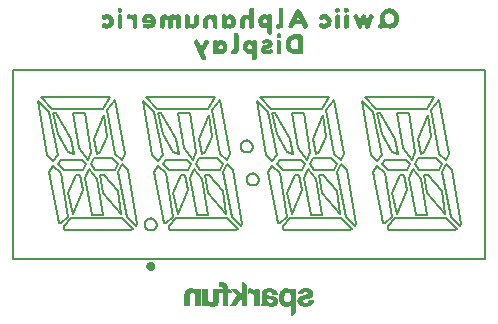
<source format=gbo>
G04 EAGLE Gerber RS-274X export*
G75*
%MOMM*%
%FSLAX34Y34*%
%LPD*%
%INSilkscreen Bottom*%
%IPPOS*%
%AMOC8*
5,1,8,0,0,1.08239X$1,22.5*%
G01*
%ADD10C,0.152400*%
%ADD11C,0.150000*%
%ADD12C,0.508000*%

G36*
X239308Y10980D02*
X239308Y10980D01*
X239391Y10983D01*
X239395Y10986D01*
X239399Y10986D01*
X239528Y11053D01*
X240028Y11453D01*
X240039Y11468D01*
X240059Y11481D01*
X240544Y11966D01*
X241528Y12753D01*
X241539Y12768D01*
X241559Y12781D01*
X242444Y13666D01*
X242928Y14053D01*
X242939Y14068D01*
X242959Y14081D01*
X243459Y14581D01*
X243499Y14646D01*
X243543Y14708D01*
X243545Y14720D01*
X243550Y14728D01*
X243554Y14765D01*
X243570Y14850D01*
X243570Y33250D01*
X243567Y33263D01*
X243569Y33277D01*
X243548Y33347D01*
X243531Y33419D01*
X243522Y33429D01*
X243518Y33442D01*
X243467Y33496D01*
X243421Y33552D01*
X243408Y33558D01*
X243399Y33568D01*
X243265Y33623D01*
X242773Y33721D01*
X242382Y33819D01*
X242374Y33819D01*
X242365Y33823D01*
X241865Y33923D01*
X241833Y33922D01*
X241790Y33930D01*
X241428Y33930D01*
X240473Y34121D01*
X240082Y34219D01*
X240074Y34219D01*
X240065Y34223D01*
X239565Y34323D01*
X239563Y34323D01*
X239562Y34323D01*
X239478Y34320D01*
X239391Y34317D01*
X239390Y34317D01*
X239389Y34317D01*
X239315Y34276D01*
X239239Y34235D01*
X239238Y34234D01*
X239237Y34234D01*
X239189Y34165D01*
X239138Y34094D01*
X239138Y34093D01*
X239137Y34092D01*
X239110Y33950D01*
X239110Y33234D01*
X238987Y33388D01*
X238964Y33405D01*
X238886Y33476D01*
X237886Y34076D01*
X237873Y34080D01*
X237860Y34090D01*
X237260Y34390D01*
X237222Y34399D01*
X237153Y34425D01*
X235353Y34725D01*
X235314Y34723D01*
X235243Y34727D01*
X233643Y34527D01*
X233609Y34515D01*
X233554Y34505D01*
X232254Y34005D01*
X232227Y33987D01*
X232186Y33971D01*
X231086Y33271D01*
X231062Y33247D01*
X231021Y33219D01*
X230121Y32319D01*
X230101Y32287D01*
X230062Y32242D01*
X229362Y31042D01*
X229354Y31016D01*
X229335Y30987D01*
X228835Y29687D01*
X228832Y29661D01*
X228818Y29630D01*
X228518Y28230D01*
X228519Y28197D01*
X228510Y28150D01*
X228510Y26750D01*
X228513Y26738D01*
X228511Y26723D01*
X228611Y25323D01*
X228614Y25311D01*
X228614Y25296D01*
X228814Y23896D01*
X228827Y23861D01*
X228839Y23804D01*
X229339Y22604D01*
X229355Y22581D01*
X229369Y22546D01*
X230069Y21446D01*
X230093Y21422D01*
X230121Y21381D01*
X231021Y20481D01*
X231045Y20466D01*
X231072Y20439D01*
X232072Y19739D01*
X232106Y19725D01*
X232154Y19695D01*
X233454Y19195D01*
X233492Y19190D01*
X233565Y19171D01*
X235065Y19071D01*
X235076Y19072D01*
X235090Y19070D01*
X235690Y19070D01*
X235716Y19076D01*
X235753Y19075D01*
X236353Y19175D01*
X236376Y19185D01*
X236410Y19189D01*
X237610Y19589D01*
X237639Y19607D01*
X237686Y19624D01*
X238186Y19924D01*
X238202Y19940D01*
X238228Y19953D01*
X238728Y20353D01*
X238739Y20368D01*
X238759Y20381D01*
X238910Y20532D01*
X238910Y11350D01*
X238911Y11346D01*
X238910Y11341D01*
X238930Y11261D01*
X238949Y11181D01*
X238952Y11178D01*
X238953Y11173D01*
X239007Y11111D01*
X239059Y11048D01*
X239064Y11046D01*
X239067Y11042D01*
X239143Y11010D01*
X239218Y10977D01*
X239222Y10977D01*
X239226Y10975D01*
X239308Y10980D01*
G37*
G36*
X323604Y254641D02*
X323604Y254641D01*
X323609Y254645D01*
X323613Y254643D01*
X324713Y254943D01*
X324715Y254945D01*
X324717Y254944D01*
X325817Y255344D01*
X325821Y255350D01*
X325825Y255348D01*
X326825Y255948D01*
X326828Y255954D01*
X326833Y255953D01*
X327733Y256753D01*
X327734Y256758D01*
X327737Y256757D01*
X328537Y257657D01*
X328537Y257660D01*
X328539Y257660D01*
X329239Y258560D01*
X329239Y258564D01*
X329242Y258565D01*
X329842Y259565D01*
X329836Y259624D01*
X329823Y259622D01*
X329820Y259635D01*
X329792Y259647D01*
X329839Y259660D01*
X329836Y259669D01*
X329846Y259672D01*
X330246Y260672D01*
X330244Y260679D01*
X330249Y260682D01*
X330449Y261882D01*
X330447Y261885D01*
X330449Y261886D01*
X330549Y263086D01*
X330546Y263091D01*
X330549Y263094D01*
X330449Y264294D01*
X330447Y264296D01*
X330449Y264298D01*
X330249Y265498D01*
X330244Y265503D01*
X330246Y265507D01*
X329846Y266607D01*
X329844Y266608D01*
X329845Y266610D01*
X329345Y267710D01*
X329337Y267714D01*
X329339Y267720D01*
X328639Y268620D01*
X328636Y268621D01*
X328637Y268623D01*
X327837Y269523D01*
X327830Y269524D01*
X327830Y269529D01*
X326930Y270229D01*
X326926Y270229D01*
X326925Y270232D01*
X325925Y270832D01*
X325921Y270832D01*
X325920Y270835D01*
X324820Y271335D01*
X324815Y271334D01*
X324813Y271338D01*
X323713Y271638D01*
X323707Y271635D01*
X323704Y271639D01*
X322504Y271739D01*
X322499Y271736D01*
X322496Y271739D01*
X321296Y271639D01*
X321294Y271637D01*
X321292Y271639D01*
X320092Y271439D01*
X320087Y271434D01*
X320083Y271436D01*
X318983Y271036D01*
X318981Y271033D01*
X318978Y271034D01*
X317978Y270534D01*
X317976Y270529D01*
X317972Y270530D01*
X316972Y269830D01*
X316970Y269824D01*
X316965Y269825D01*
X316065Y268925D01*
X316065Y268920D01*
X316061Y268920D01*
X315361Y268020D01*
X315361Y268016D01*
X315358Y268015D01*
X314758Y267015D01*
X314759Y267008D01*
X314754Y267007D01*
X314354Y265907D01*
X314355Y265904D01*
X314353Y265903D01*
X314320Y265783D01*
X314306Y265734D01*
X314293Y265685D01*
X314239Y265488D01*
X314226Y265438D01*
X314172Y265241D01*
X314159Y265192D01*
X314145Y265143D01*
X314091Y264946D01*
X314078Y264897D01*
X314053Y264803D01*
X314054Y264799D01*
X314052Y264798D01*
X314054Y264796D01*
X314051Y264794D01*
X313951Y263594D01*
X313953Y263591D01*
X313951Y263590D01*
X313951Y262390D01*
X313954Y262385D01*
X313951Y262382D01*
X314151Y261182D01*
X314154Y261179D01*
X314153Y261177D01*
X314453Y260077D01*
X314455Y260075D01*
X314454Y260073D01*
X314740Y259310D01*
X313674Y258632D01*
X313672Y258628D01*
X313670Y258629D01*
X312770Y257929D01*
X312765Y257913D01*
X312753Y257903D01*
X312754Y257902D01*
X312752Y257901D01*
X312552Y257001D01*
X312560Y256983D01*
X312554Y256973D01*
X312954Y255873D01*
X312964Y255867D01*
X312962Y255859D01*
X313862Y254759D01*
X313884Y254753D01*
X313889Y254742D01*
X314789Y254542D01*
X314812Y254552D01*
X314824Y254547D01*
X315924Y255147D01*
X315926Y255151D01*
X315929Y255150D01*
X317014Y255939D01*
X317884Y255842D01*
X318875Y255248D01*
X318882Y255249D01*
X318883Y255244D01*
X319983Y254844D01*
X319989Y254846D01*
X319991Y254842D01*
X321091Y254642D01*
X321095Y254643D01*
X321096Y254641D01*
X322396Y254541D01*
X322401Y254544D01*
X322404Y254541D01*
X323604Y254641D01*
G37*
G36*
X246725Y232954D02*
X246725Y232954D01*
X246728Y232951D01*
X248028Y233151D01*
X248041Y233165D01*
X248052Y233163D01*
X248752Y233763D01*
X248758Y233789D01*
X248769Y233796D01*
X248869Y235096D01*
X248868Y235099D01*
X248869Y235100D01*
X248869Y248200D01*
X248863Y248208D01*
X248867Y248214D01*
X248567Y249214D01*
X248545Y249231D01*
X248542Y249244D01*
X247742Y249644D01*
X247730Y249642D01*
X247725Y249649D01*
X246825Y249749D01*
X246822Y249747D01*
X246820Y249749D01*
X242020Y249749D01*
X242015Y249745D01*
X242011Y249748D01*
X240911Y249548D01*
X240909Y249546D01*
X240907Y249548D01*
X239807Y249248D01*
X239803Y249243D01*
X239800Y249245D01*
X238700Y248745D01*
X238698Y248741D01*
X238695Y248742D01*
X237695Y248142D01*
X237692Y248136D01*
X237687Y248137D01*
X236787Y247337D01*
X236786Y247332D01*
X236783Y247333D01*
X235983Y246433D01*
X235983Y246428D01*
X235980Y246428D01*
X235280Y245428D01*
X235280Y245423D01*
X235276Y245422D01*
X234776Y244422D01*
X234777Y244414D01*
X234772Y244412D01*
X234472Y243212D01*
X234473Y243209D01*
X234472Y243208D01*
X234474Y243206D01*
X234471Y243204D01*
X234371Y242104D01*
X234373Y242102D01*
X234371Y242100D01*
X234371Y240800D01*
X234373Y240797D01*
X234371Y240796D01*
X234471Y239596D01*
X234475Y239591D01*
X234473Y239587D01*
X234773Y238487D01*
X234778Y238483D01*
X234776Y238478D01*
X235276Y237478D01*
X235279Y237477D01*
X235278Y237475D01*
X235878Y236475D01*
X235882Y236473D01*
X235882Y236469D01*
X236682Y235469D01*
X236688Y235468D01*
X236687Y235463D01*
X237587Y234663D01*
X237594Y234663D01*
X237595Y234658D01*
X238595Y234058D01*
X238598Y234058D01*
X238598Y234056D01*
X239591Y233560D01*
X239574Y233518D01*
X239590Y233461D01*
X239602Y233464D01*
X239607Y233453D01*
X240707Y233153D01*
X240711Y233154D01*
X240712Y233151D01*
X241912Y232951D01*
X241917Y232954D01*
X241920Y232951D01*
X246720Y232951D01*
X246725Y232954D01*
G37*
G36*
X223420Y18977D02*
X223420Y18977D01*
X223465Y18977D01*
X223928Y19070D01*
X224390Y19070D01*
X224405Y19073D01*
X224420Y19071D01*
X224552Y19108D01*
X224559Y19109D01*
X224559Y19110D01*
X224560Y19110D01*
X224923Y19291D01*
X225282Y19381D01*
X225312Y19397D01*
X225360Y19410D01*
X226080Y19770D01*
X226160Y19810D01*
X226176Y19823D01*
X226201Y19834D01*
X226501Y20034D01*
X226522Y20057D01*
X226559Y20081D01*
X227159Y20681D01*
X227171Y20701D01*
X227194Y20722D01*
X227494Y21122D01*
X227506Y21148D01*
X227530Y21180D01*
X227730Y21580D01*
X227738Y21613D01*
X227759Y21658D01*
X227959Y22458D01*
X227959Y22466D01*
X227963Y22475D01*
X228063Y22975D01*
X228062Y23007D01*
X228070Y23050D01*
X228070Y23550D01*
X228067Y23565D01*
X228069Y23584D01*
X227969Y24684D01*
X227958Y24718D01*
X227951Y24770D01*
X227651Y25670D01*
X227630Y25704D01*
X227599Y25771D01*
X227099Y26471D01*
X227079Y26489D01*
X227059Y26519D01*
X226459Y27119D01*
X226426Y27139D01*
X226379Y27180D01*
X225679Y27580D01*
X225653Y27588D01*
X225624Y27606D01*
X224824Y27906D01*
X224800Y27909D01*
X224773Y27921D01*
X223873Y28121D01*
X223856Y28121D01*
X223837Y28127D01*
X223055Y28225D01*
X222173Y28421D01*
X222154Y28421D01*
X222132Y28428D01*
X221233Y28528D01*
X220441Y28627D01*
X219778Y28722D01*
X219269Y28891D01*
X218962Y29122D01*
X218746Y29409D01*
X218670Y29788D01*
X218670Y29988D01*
X218751Y30230D01*
X218754Y30267D01*
X218760Y30298D01*
X218763Y30305D01*
X218763Y30313D01*
X218770Y30350D01*
X218770Y30460D01*
X218903Y30725D01*
X219115Y30938D01*
X219580Y31170D01*
X219690Y31170D01*
X219705Y31173D01*
X219720Y31171D01*
X219852Y31208D01*
X219859Y31209D01*
X219859Y31210D01*
X219860Y31210D01*
X219980Y31270D01*
X220590Y31270D01*
X220605Y31273D01*
X220620Y31271D01*
X220752Y31308D01*
X220759Y31309D01*
X220759Y31310D01*
X220760Y31310D01*
X220819Y31339D01*
X220970Y31289D01*
X221007Y31286D01*
X221090Y31270D01*
X221528Y31270D01*
X221770Y31189D01*
X221807Y31186D01*
X221890Y31170D01*
X222000Y31170D01*
X222265Y31038D01*
X222778Y30525D01*
X222910Y30260D01*
X222910Y30050D01*
X222913Y30035D01*
X222911Y30020D01*
X222948Y29888D01*
X222949Y29881D01*
X222950Y29881D01*
X222950Y29880D01*
X223010Y29760D01*
X223010Y29550D01*
X223021Y29500D01*
X223023Y29449D01*
X223041Y29417D01*
X223049Y29381D01*
X223082Y29342D01*
X223106Y29297D01*
X223136Y29276D01*
X223159Y29248D01*
X223206Y29227D01*
X223248Y29197D01*
X223290Y29189D01*
X223318Y29177D01*
X223348Y29178D01*
X223390Y29170D01*
X227290Y29170D01*
X227365Y29187D01*
X227442Y29201D01*
X227449Y29207D01*
X227459Y29209D01*
X227519Y29259D01*
X227581Y29305D01*
X227585Y29313D01*
X227592Y29319D01*
X227624Y29390D01*
X227659Y29459D01*
X227660Y29470D01*
X227663Y29478D01*
X227662Y29513D01*
X227666Y29604D01*
X227566Y30304D01*
X227563Y30313D01*
X227563Y30325D01*
X227463Y30825D01*
X227455Y30842D01*
X227454Y30858D01*
X227452Y30863D01*
X227451Y30870D01*
X227251Y31470D01*
X227233Y31499D01*
X227216Y31546D01*
X226916Y32046D01*
X226904Y32058D01*
X226894Y32078D01*
X226594Y32478D01*
X226576Y32493D01*
X226559Y32519D01*
X226159Y32919D01*
X226139Y32931D01*
X226118Y32954D01*
X225318Y33554D01*
X225302Y33561D01*
X225286Y33576D01*
X224786Y33876D01*
X224761Y33884D01*
X224731Y33903D01*
X223731Y34303D01*
X223698Y34308D01*
X223653Y34325D01*
X221853Y34625D01*
X221826Y34623D01*
X221790Y34630D01*
X219590Y34630D01*
X219564Y34624D01*
X219528Y34625D01*
X218959Y34530D01*
X218490Y34530D01*
X218460Y34523D01*
X218415Y34523D01*
X217915Y34423D01*
X217897Y34414D01*
X217870Y34411D01*
X217284Y34215D01*
X216898Y34119D01*
X216878Y34109D01*
X216849Y34103D01*
X216349Y33903D01*
X216337Y33895D01*
X216320Y33890D01*
X216060Y33760D01*
X215920Y33690D01*
X215898Y33672D01*
X215862Y33654D01*
X215462Y33354D01*
X215447Y33336D01*
X215421Y33319D01*
X214721Y32619D01*
X214719Y32615D01*
X214715Y32613D01*
X214637Y32491D01*
X214443Y32006D01*
X214250Y31620D01*
X214241Y31582D01*
X214215Y31513D01*
X214015Y30313D01*
X214017Y30286D01*
X214010Y30250D01*
X214010Y21340D01*
X213950Y21220D01*
X213946Y21205D01*
X213937Y21192D01*
X213911Y21058D01*
X213910Y21052D01*
X213910Y21051D01*
X213910Y21050D01*
X213910Y20740D01*
X213850Y20620D01*
X213846Y20605D01*
X213837Y20592D01*
X213811Y20458D01*
X213810Y20452D01*
X213810Y20451D01*
X213810Y20450D01*
X213810Y20440D01*
X213750Y20320D01*
X213746Y20305D01*
X213737Y20292D01*
X213711Y20158D01*
X213710Y20152D01*
X213710Y20151D01*
X213710Y20150D01*
X213710Y20140D01*
X213650Y20020D01*
X213646Y20005D01*
X213637Y19992D01*
X213611Y19858D01*
X213610Y19852D01*
X213610Y19851D01*
X213610Y19850D01*
X213610Y19750D01*
X213621Y19700D01*
X213623Y19649D01*
X213641Y19617D01*
X213649Y19581D01*
X213682Y19542D01*
X213706Y19497D01*
X213736Y19476D01*
X213759Y19448D01*
X213806Y19427D01*
X213848Y19397D01*
X213890Y19389D01*
X213918Y19377D01*
X213948Y19378D01*
X213990Y19370D01*
X217890Y19370D01*
X217940Y19381D01*
X217991Y19383D01*
X218023Y19401D01*
X218059Y19409D01*
X218098Y19442D01*
X218143Y19466D01*
X218164Y19496D01*
X218192Y19519D01*
X218213Y19566D01*
X218243Y19608D01*
X218251Y19650D01*
X218263Y19678D01*
X218262Y19708D01*
X218270Y19750D01*
X218270Y19799D01*
X218299Y19846D01*
X218343Y19908D01*
X218345Y19920D01*
X218350Y19928D01*
X218354Y19965D01*
X218356Y19979D01*
X218359Y19981D01*
X218399Y20046D01*
X218443Y20108D01*
X218445Y20120D01*
X218450Y20128D01*
X218454Y20165D01*
X218470Y20250D01*
X218470Y20273D01*
X218679Y20134D01*
X218715Y20120D01*
X218770Y20089D01*
X219022Y20005D01*
X219279Y19834D01*
X219299Y19826D01*
X219320Y19810D01*
X219499Y19721D01*
X219779Y19534D01*
X219815Y19520D01*
X219870Y19489D01*
X220170Y19389D01*
X220183Y19388D01*
X220198Y19381D01*
X220584Y19285D01*
X220870Y19189D01*
X220907Y19186D01*
X220990Y19170D01*
X221228Y19170D01*
X221470Y19089D01*
X221507Y19086D01*
X221590Y19070D01*
X222228Y19070D01*
X222470Y18989D01*
X222507Y18986D01*
X222590Y18970D01*
X223390Y18970D01*
X223420Y18977D01*
G37*
G36*
X192424Y19378D02*
X192424Y19378D01*
X192458Y19376D01*
X192507Y19397D01*
X192559Y19409D01*
X192585Y19431D01*
X192617Y19445D01*
X192662Y19495D01*
X192692Y19519D01*
X192700Y19536D01*
X192715Y19552D01*
X196363Y25539D01*
X197410Y24493D01*
X197410Y19750D01*
X197421Y19700D01*
X197423Y19649D01*
X197441Y19617D01*
X197449Y19581D01*
X197482Y19542D01*
X197506Y19497D01*
X197536Y19476D01*
X197559Y19448D01*
X197606Y19427D01*
X197648Y19397D01*
X197690Y19389D01*
X197718Y19377D01*
X197748Y19378D01*
X197790Y19370D01*
X201590Y19370D01*
X201640Y19381D01*
X201691Y19383D01*
X201723Y19401D01*
X201759Y19409D01*
X201798Y19442D01*
X201843Y19466D01*
X201864Y19496D01*
X201892Y19519D01*
X201913Y19566D01*
X201943Y19608D01*
X201951Y19650D01*
X201963Y19678D01*
X201962Y19708D01*
X201970Y19750D01*
X201970Y37150D01*
X201961Y37188D01*
X201962Y37227D01*
X201942Y37271D01*
X201931Y37319D01*
X201906Y37349D01*
X201890Y37384D01*
X201844Y37423D01*
X201821Y37452D01*
X201801Y37461D01*
X201781Y37479D01*
X197981Y39679D01*
X197920Y39697D01*
X197862Y39723D01*
X197838Y39722D01*
X197815Y39729D01*
X197753Y39719D01*
X197689Y39717D01*
X197668Y39705D01*
X197644Y39701D01*
X197593Y39664D01*
X197537Y39634D01*
X197523Y39614D01*
X197503Y39600D01*
X197474Y39544D01*
X197437Y39492D01*
X197432Y39465D01*
X197422Y39447D01*
X197421Y39409D01*
X197410Y39350D01*
X197410Y29795D01*
X193164Y34213D01*
X193097Y34257D01*
X193032Y34303D01*
X193024Y34304D01*
X193019Y34308D01*
X192986Y34312D01*
X192890Y34330D01*
X188290Y34330D01*
X188263Y34324D01*
X188236Y34326D01*
X188180Y34304D01*
X188121Y34291D01*
X188100Y34273D01*
X188074Y34263D01*
X188034Y34219D01*
X187988Y34181D01*
X187976Y34155D01*
X187958Y34135D01*
X187941Y34077D01*
X187917Y34022D01*
X187918Y33995D01*
X187910Y33968D01*
X187921Y33909D01*
X187923Y33849D01*
X187937Y33825D01*
X187942Y33798D01*
X187988Y33731D01*
X188006Y33697D01*
X188016Y33690D01*
X188024Y33679D01*
X193101Y28697D01*
X187372Y19958D01*
X187347Y19889D01*
X187317Y19822D01*
X187317Y19809D01*
X187313Y19796D01*
X187321Y19723D01*
X187323Y19649D01*
X187330Y19637D01*
X187331Y19624D01*
X187371Y19562D01*
X187406Y19497D01*
X187417Y19489D01*
X187425Y19478D01*
X187488Y19440D01*
X187548Y19397D01*
X187563Y19394D01*
X187573Y19388D01*
X187612Y19385D01*
X187690Y19370D01*
X192390Y19370D01*
X192424Y19378D01*
G37*
G36*
X130206Y254547D02*
X130206Y254547D01*
X130212Y254542D01*
X131412Y254842D01*
X131432Y254867D01*
X131445Y254870D01*
X131845Y255770D01*
X131842Y255782D01*
X131849Y255786D01*
X131949Y256986D01*
X131947Y256989D01*
X131949Y256990D01*
X131949Y260486D01*
X132146Y261765D01*
X132917Y262439D01*
X134071Y262343D01*
X134551Y261576D01*
X134551Y256690D01*
X134555Y256685D01*
X134552Y256681D01*
X134752Y255581D01*
X134763Y255570D01*
X134761Y255560D01*
X135361Y254760D01*
X135386Y254753D01*
X135393Y254741D01*
X136693Y254541D01*
X136702Y254547D01*
X136708Y254541D01*
X138008Y254741D01*
X138026Y254760D01*
X138039Y254760D01*
X138639Y255560D01*
X138639Y255580D01*
X138649Y255586D01*
X138749Y256786D01*
X138747Y256789D01*
X138749Y256790D01*
X138749Y260288D01*
X138848Y261668D01*
X139522Y262343D01*
X140582Y262439D01*
X141254Y261767D01*
X141451Y260486D01*
X141451Y255790D01*
X141461Y255776D01*
X141457Y255766D01*
X141957Y254866D01*
X141983Y254854D01*
X141989Y254842D01*
X143289Y254542D01*
X143301Y254547D01*
X143307Y254541D01*
X144707Y254741D01*
X144722Y254757D01*
X144735Y254755D01*
X145435Y255455D01*
X145439Y255482D01*
X145449Y255490D01*
X145449Y264990D01*
X145445Y264996D01*
X145448Y265000D01*
X145248Y266000D01*
X145226Y266020D01*
X145224Y266033D01*
X144324Y266533D01*
X144307Y266531D01*
X144300Y266539D01*
X142800Y266539D01*
X142788Y266530D01*
X142780Y266535D01*
X141880Y266135D01*
X141867Y266111D01*
X141854Y266107D01*
X141482Y265084D01*
X140637Y266023D01*
X140624Y266025D01*
X140622Y266034D01*
X139622Y266534D01*
X139606Y266531D01*
X139600Y266539D01*
X138500Y266539D01*
X138495Y266536D01*
X138492Y266539D01*
X137292Y266339D01*
X137282Y266328D01*
X137273Y266331D01*
X136373Y265731D01*
X136370Y265722D01*
X136363Y265723D01*
X135593Y264857D01*
X134830Y265429D01*
X133930Y266129D01*
X133919Y266129D01*
X133917Y266136D01*
X132817Y266536D01*
X132805Y266533D01*
X132800Y266539D01*
X131600Y266539D01*
X131592Y266533D01*
X131587Y266538D01*
X130487Y266238D01*
X130481Y266230D01*
X130475Y266232D01*
X129475Y265632D01*
X129471Y265622D01*
X129463Y265622D01*
X128763Y264822D01*
X128762Y264812D01*
X128755Y264810D01*
X128355Y263910D01*
X128356Y263905D01*
X128353Y263903D01*
X128315Y263764D01*
X128301Y263715D01*
X128288Y263665D01*
X128234Y263468D01*
X128221Y263419D01*
X128167Y263222D01*
X128153Y263173D01*
X128140Y263124D01*
X128086Y262927D01*
X128073Y262877D01*
X128053Y262803D01*
X128054Y262799D01*
X128051Y262798D01*
X127851Y261498D01*
X127854Y261492D01*
X127851Y261490D01*
X127851Y256490D01*
X127855Y256485D01*
X127852Y256481D01*
X128052Y255381D01*
X128067Y255367D01*
X128065Y255355D01*
X128765Y254655D01*
X128789Y254652D01*
X128797Y254641D01*
X130197Y254541D01*
X130206Y254547D01*
G37*
G36*
X152940Y19381D02*
X152940Y19381D01*
X152991Y19383D01*
X153023Y19401D01*
X153059Y19409D01*
X153098Y19442D01*
X153143Y19466D01*
X153164Y19496D01*
X153192Y19519D01*
X153213Y19566D01*
X153243Y19608D01*
X153251Y19650D01*
X153263Y19678D01*
X153262Y19708D01*
X153270Y19750D01*
X153270Y28523D01*
X153362Y29162D01*
X153538Y29690D01*
X153806Y30138D01*
X154062Y30478D01*
X154344Y30690D01*
X155394Y30865D01*
X156660Y30684D01*
X157036Y30459D01*
X157377Y30032D01*
X157638Y29597D01*
X157821Y28956D01*
X158010Y28108D01*
X158010Y19750D01*
X158021Y19700D01*
X158023Y19649D01*
X158041Y19617D01*
X158049Y19581D01*
X158082Y19542D01*
X158106Y19497D01*
X158136Y19476D01*
X158159Y19448D01*
X158206Y19427D01*
X158248Y19397D01*
X158290Y19389D01*
X158318Y19377D01*
X158348Y19378D01*
X158390Y19370D01*
X162290Y19370D01*
X162340Y19381D01*
X162391Y19383D01*
X162423Y19401D01*
X162459Y19409D01*
X162498Y19442D01*
X162543Y19466D01*
X162564Y19496D01*
X162592Y19519D01*
X162613Y19566D01*
X162643Y19608D01*
X162651Y19650D01*
X162663Y19678D01*
X162662Y19708D01*
X162670Y19750D01*
X162670Y32150D01*
X162668Y32159D01*
X162670Y32171D01*
X162570Y33971D01*
X162558Y34010D01*
X162557Y34051D01*
X162534Y34092D01*
X162521Y34137D01*
X162493Y34167D01*
X162474Y34203D01*
X162435Y34230D01*
X162403Y34265D01*
X162365Y34279D01*
X162332Y34303D01*
X162276Y34314D01*
X162242Y34327D01*
X162219Y34325D01*
X162190Y34330D01*
X158590Y34330D01*
X158540Y34319D01*
X158489Y34317D01*
X158457Y34299D01*
X158421Y34291D01*
X158382Y34258D01*
X158337Y34234D01*
X158316Y34204D01*
X158288Y34181D01*
X158267Y34134D01*
X158237Y34092D01*
X158229Y34050D01*
X158217Y34022D01*
X158218Y33992D01*
X158210Y33950D01*
X158210Y33009D01*
X157987Y33288D01*
X157964Y33305D01*
X157961Y33312D01*
X157945Y33323D01*
X157901Y33366D01*
X157301Y33766D01*
X157293Y33769D01*
X157286Y33776D01*
X156786Y34076D01*
X156753Y34086D01*
X156710Y34111D01*
X155510Y34511D01*
X155485Y34513D01*
X155453Y34525D01*
X154253Y34725D01*
X154214Y34723D01*
X154136Y34726D01*
X152736Y34526D01*
X152720Y34520D01*
X152698Y34519D01*
X151498Y34219D01*
X151464Y34202D01*
X151405Y34182D01*
X150505Y33682D01*
X150477Y33656D01*
X150421Y33619D01*
X149821Y33019D01*
X149801Y32986D01*
X149758Y32935D01*
X149258Y32035D01*
X149252Y32014D01*
X149237Y31991D01*
X148837Y30991D01*
X148831Y30953D01*
X148811Y30884D01*
X148711Y29784D01*
X148712Y29782D01*
X148711Y29779D01*
X148611Y28479D01*
X148613Y28466D01*
X148610Y28450D01*
X148610Y19750D01*
X148621Y19700D01*
X148623Y19649D01*
X148641Y19617D01*
X148649Y19581D01*
X148682Y19542D01*
X148706Y19497D01*
X148736Y19476D01*
X148759Y19448D01*
X148806Y19427D01*
X148848Y19397D01*
X148890Y19389D01*
X148918Y19377D01*
X148948Y19378D01*
X148990Y19370D01*
X152890Y19370D01*
X152940Y19381D01*
G37*
G36*
X173944Y19174D02*
X173944Y19174D01*
X173963Y19181D01*
X173990Y19183D01*
X175090Y19483D01*
X175122Y19500D01*
X175175Y19518D01*
X176075Y20018D01*
X176098Y20039D01*
X176137Y20061D01*
X176837Y20661D01*
X176854Y20684D01*
X176922Y20765D01*
X177422Y21665D01*
X177432Y21698D01*
X177454Y21741D01*
X177754Y22741D01*
X177755Y22760D01*
X177764Y22782D01*
X177964Y23882D01*
X177963Y23911D01*
X177970Y23950D01*
X177970Y33950D01*
X177959Y34000D01*
X177957Y34051D01*
X177939Y34083D01*
X177931Y34119D01*
X177898Y34158D01*
X177874Y34203D01*
X177844Y34224D01*
X177821Y34252D01*
X177774Y34273D01*
X177732Y34303D01*
X177690Y34311D01*
X177662Y34323D01*
X177632Y34322D01*
X177590Y34330D01*
X173690Y34330D01*
X173640Y34319D01*
X173589Y34317D01*
X173557Y34299D01*
X173521Y34291D01*
X173482Y34258D01*
X173437Y34234D01*
X173416Y34204D01*
X173388Y34181D01*
X173367Y34134D01*
X173337Y34092D01*
X173329Y34050D01*
X173317Y34022D01*
X173318Y33992D01*
X173310Y33950D01*
X173310Y25177D01*
X173218Y24538D01*
X173033Y23981D01*
X172866Y23564D01*
X172540Y23238D01*
X172231Y23006D01*
X171826Y22925D01*
X171190Y22834D01*
X170547Y22926D01*
X170024Y23013D01*
X169626Y23252D01*
X169192Y23686D01*
X168942Y24103D01*
X168764Y24724D01*
X168668Y25590D01*
X168570Y26569D01*
X168570Y33950D01*
X168559Y34000D01*
X168557Y34051D01*
X168539Y34083D01*
X168531Y34119D01*
X168498Y34158D01*
X168474Y34203D01*
X168444Y34224D01*
X168421Y34252D01*
X168374Y34273D01*
X168332Y34303D01*
X168290Y34311D01*
X168262Y34323D01*
X168232Y34322D01*
X168190Y34330D01*
X164390Y34330D01*
X164340Y34319D01*
X164289Y34317D01*
X164257Y34299D01*
X164221Y34291D01*
X164182Y34258D01*
X164137Y34234D01*
X164116Y34204D01*
X164088Y34181D01*
X164067Y34134D01*
X164037Y34092D01*
X164029Y34050D01*
X164017Y34022D01*
X164018Y33992D01*
X164010Y33950D01*
X164010Y19750D01*
X164021Y19700D01*
X164023Y19649D01*
X164041Y19617D01*
X164049Y19581D01*
X164082Y19542D01*
X164106Y19497D01*
X164136Y19476D01*
X164159Y19448D01*
X164206Y19427D01*
X164248Y19397D01*
X164290Y19389D01*
X164318Y19377D01*
X164348Y19378D01*
X164390Y19370D01*
X168090Y19370D01*
X168140Y19381D01*
X168191Y19383D01*
X168223Y19401D01*
X168259Y19409D01*
X168298Y19442D01*
X168343Y19466D01*
X168364Y19496D01*
X168392Y19519D01*
X168413Y19566D01*
X168443Y19608D01*
X168451Y19650D01*
X168463Y19678D01*
X168462Y19708D01*
X168470Y19750D01*
X168470Y20679D01*
X168736Y20466D01*
X169221Y19981D01*
X169252Y19962D01*
X169294Y19924D01*
X169794Y19624D01*
X169827Y19614D01*
X169870Y19589D01*
X171070Y19189D01*
X171095Y19187D01*
X171128Y19175D01*
X171728Y19075D01*
X171732Y19075D01*
X171736Y19074D01*
X172436Y18974D01*
X172475Y18977D01*
X172544Y18974D01*
X173944Y19174D01*
G37*
G36*
X252516Y19076D02*
X252516Y19076D01*
X252553Y19075D01*
X253753Y19275D01*
X253780Y19286D01*
X253820Y19293D01*
X254920Y19693D01*
X254936Y19703D01*
X254960Y19710D01*
X255280Y19870D01*
X255960Y20210D01*
X255982Y20228D01*
X256018Y20246D01*
X256818Y20846D01*
X256843Y20875D01*
X256890Y20917D01*
X257590Y21817D01*
X257606Y21852D01*
X257647Y21920D01*
X258047Y23020D01*
X258051Y23049D01*
X258065Y23088D01*
X258265Y24288D01*
X258260Y24369D01*
X258257Y24451D01*
X258254Y24455D01*
X258254Y24460D01*
X258213Y24531D01*
X258174Y24603D01*
X258170Y24606D01*
X258167Y24610D01*
X258099Y24656D01*
X258032Y24703D01*
X258027Y24704D01*
X258023Y24706D01*
X257995Y24710D01*
X257890Y24730D01*
X254190Y24730D01*
X254171Y24726D01*
X254151Y24728D01*
X254087Y24706D01*
X254021Y24691D01*
X254006Y24678D01*
X253987Y24672D01*
X253940Y24624D01*
X253888Y24581D01*
X253879Y24562D01*
X253866Y24548D01*
X253828Y24448D01*
X253817Y24422D01*
X253817Y24418D01*
X253815Y24413D01*
X253724Y23869D01*
X253550Y23520D01*
X253547Y23506D01*
X253537Y23491D01*
X253377Y23090D01*
X253102Y22884D01*
X252181Y22516D01*
X251721Y22424D01*
X251206Y22338D01*
X250882Y22419D01*
X250846Y22419D01*
X250790Y22430D01*
X250463Y22430D01*
X250031Y22603D01*
X250009Y22606D01*
X249982Y22619D01*
X249684Y22693D01*
X249203Y23175D01*
X249070Y23440D01*
X249070Y23803D01*
X249143Y24094D01*
X249286Y24308D01*
X249526Y24548D01*
X249943Y24798D01*
X251284Y25181D01*
X252168Y25378D01*
X253165Y25577D01*
X253189Y25588D01*
X253224Y25594D01*
X254003Y25886D01*
X254782Y26081D01*
X254799Y26090D01*
X254824Y26094D01*
X255624Y26394D01*
X255645Y26409D01*
X255679Y26420D01*
X256379Y26820D01*
X256407Y26846D01*
X256459Y26881D01*
X257459Y27881D01*
X257463Y27888D01*
X257470Y27893D01*
X257546Y28017D01*
X257846Y28817D01*
X257851Y28852D01*
X257853Y28859D01*
X257864Y28884D01*
X257864Y28892D01*
X257867Y28903D01*
X257967Y29703D01*
X257963Y29741D01*
X257966Y29808D01*
X257766Y31108D01*
X257753Y31140D01*
X257743Y31191D01*
X257343Y32191D01*
X257322Y32221D01*
X257279Y32297D01*
X256679Y32997D01*
X256664Y33008D01*
X256662Y33012D01*
X256647Y33023D01*
X256618Y33054D01*
X255818Y33654D01*
X255797Y33663D01*
X255775Y33682D01*
X254875Y34182D01*
X254842Y34192D01*
X254799Y34214D01*
X253799Y34514D01*
X253768Y34516D01*
X253724Y34529D01*
X252624Y34629D01*
X252623Y34629D01*
X252622Y34629D01*
X251422Y34729D01*
X251394Y34725D01*
X251356Y34729D01*
X249156Y34529D01*
X249125Y34519D01*
X249081Y34514D01*
X248081Y34214D01*
X248052Y34198D01*
X248005Y34182D01*
X247105Y33682D01*
X247089Y33667D01*
X247062Y33654D01*
X246262Y33054D01*
X246241Y33029D01*
X246204Y33000D01*
X245504Y32200D01*
X245488Y32170D01*
X245437Y32091D01*
X245037Y31091D01*
X245032Y31060D01*
X245016Y31018D01*
X244816Y29918D01*
X244820Y29833D01*
X244823Y29749D01*
X244824Y29747D01*
X244825Y29745D01*
X244866Y29670D01*
X244906Y29597D01*
X244908Y29596D01*
X244909Y29594D01*
X244981Y29545D01*
X245048Y29497D01*
X245050Y29497D01*
X245052Y29496D01*
X245069Y29493D01*
X245190Y29470D01*
X248890Y29470D01*
X248903Y29473D01*
X248917Y29471D01*
X248987Y29492D01*
X249059Y29509D01*
X249069Y29518D01*
X249082Y29522D01*
X249136Y29573D01*
X249192Y29619D01*
X249198Y29632D01*
X249208Y29641D01*
X249263Y29775D01*
X249361Y30267D01*
X249433Y30556D01*
X249915Y31038D01*
X250223Y31191D01*
X250573Y31279D01*
X251028Y31370D01*
X251828Y31370D01*
X252070Y31289D01*
X252107Y31286D01*
X252190Y31270D01*
X252528Y31270D01*
X252722Y31205D01*
X253171Y30906D01*
X253225Y30744D01*
X253300Y30441D01*
X253234Y30109D01*
X253018Y29822D01*
X252711Y29591D01*
X252177Y29413D01*
X250814Y29024D01*
X250043Y28927D01*
X250024Y28920D01*
X249998Y28919D01*
X249202Y28720D01*
X248308Y28521D01*
X248287Y28511D01*
X248257Y28506D01*
X247457Y28206D01*
X247450Y28202D01*
X247440Y28200D01*
X246740Y27900D01*
X246725Y27888D01*
X246701Y27880D01*
X246001Y27480D01*
X245981Y27461D01*
X245947Y27442D01*
X245347Y26942D01*
X245323Y26911D01*
X245318Y26906D01*
X245317Y26905D01*
X245274Y26861D01*
X244874Y26261D01*
X244861Y26228D01*
X244834Y26184D01*
X244534Y25384D01*
X244529Y25347D01*
X244512Y25292D01*
X244412Y24392D01*
X244416Y24362D01*
X244411Y24321D01*
X244511Y23021D01*
X244511Y23020D01*
X244550Y22880D01*
X245050Y21880D01*
X245063Y21864D01*
X245074Y21839D01*
X245674Y20939D01*
X245699Y20915D01*
X245762Y20846D01*
X246562Y20246D01*
X246588Y20234D01*
X246620Y20210D01*
X247620Y19710D01*
X247639Y19705D01*
X247660Y19693D01*
X248760Y19293D01*
X248789Y19289D01*
X248828Y19275D01*
X250028Y19075D01*
X250054Y19077D01*
X250090Y19070D01*
X252490Y19070D01*
X252516Y19076D01*
G37*
G36*
X251814Y254843D02*
X251814Y254843D01*
X251820Y254851D01*
X251827Y254849D01*
X253027Y255649D01*
X253034Y255667D01*
X253045Y255670D01*
X253445Y256570D01*
X253439Y256595D01*
X253440Y256596D01*
X253440Y256597D01*
X253446Y256607D01*
X253046Y257707D01*
X253043Y257709D01*
X253044Y257711D01*
X247344Y269611D01*
X247341Y269613D01*
X247342Y269615D01*
X246742Y270615D01*
X246732Y270619D01*
X246733Y270627D01*
X245833Y271427D01*
X245811Y271429D01*
X245804Y271439D01*
X244704Y271539D01*
X244693Y271532D01*
X244686Y271532D01*
X244684Y271531D01*
X244678Y271534D01*
X243678Y271034D01*
X243672Y271021D01*
X243662Y271022D01*
X243162Y270422D01*
X243162Y270414D01*
X243160Y270413D01*
X243161Y270412D01*
X243156Y270411D01*
X237456Y258513D01*
X236857Y257414D01*
X236857Y257411D01*
X236857Y257409D01*
X236858Y257403D01*
X236852Y257400D01*
X236652Y256400D01*
X236663Y256375D01*
X236659Y256363D01*
X237259Y255463D01*
X237274Y255458D01*
X237275Y255447D01*
X238475Y254747D01*
X238490Y254749D01*
X238496Y254741D01*
X239596Y254641D01*
X239619Y254656D01*
X239632Y254653D01*
X240432Y255353D01*
X240435Y255365D01*
X240443Y255366D01*
X241043Y256466D01*
X241043Y256469D01*
X241045Y256470D01*
X241542Y257563D01*
X242222Y258341D01*
X248168Y258341D01*
X248655Y257270D01*
X248656Y257269D01*
X248656Y257268D01*
X249156Y256268D01*
X249157Y256267D01*
X249157Y256266D01*
X249757Y255166D01*
X249773Y255159D01*
X249775Y255148D01*
X250775Y254548D01*
X250803Y254551D01*
X250814Y254543D01*
X251814Y254843D01*
G37*
G36*
X208430Y227860D02*
X208430Y227860D01*
X208438Y227854D01*
X209438Y228254D01*
X209453Y228278D01*
X209466Y228282D01*
X209866Y229282D01*
X209862Y229295D01*
X209869Y229300D01*
X209869Y244000D01*
X209857Y244016D01*
X209861Y244027D01*
X209261Y244927D01*
X209234Y244937D01*
X209228Y244949D01*
X207928Y245149D01*
X207918Y245143D01*
X207912Y245149D01*
X206712Y244949D01*
X206697Y244933D01*
X206685Y244935D01*
X206010Y244260D01*
X205442Y244544D01*
X205441Y244544D01*
X205440Y244545D01*
X204340Y245045D01*
X204329Y245042D01*
X204324Y245049D01*
X203124Y245149D01*
X203116Y245144D01*
X203111Y245148D01*
X202011Y244948D01*
X202004Y244941D01*
X201998Y244944D01*
X200998Y244444D01*
X200995Y244437D01*
X200989Y244438D01*
X199989Y243638D01*
X199988Y243632D01*
X199983Y243633D01*
X199183Y242733D01*
X199183Y242724D01*
X199177Y242724D01*
X198577Y241624D01*
X198577Y241619D01*
X198574Y241618D01*
X198174Y240618D01*
X198177Y240608D01*
X198171Y240604D01*
X198071Y239404D01*
X198073Y239401D01*
X198071Y239400D01*
X198071Y238200D01*
X198078Y238190D01*
X198074Y238183D01*
X198474Y237083D01*
X198477Y237081D01*
X198476Y237078D01*
X198976Y236078D01*
X198984Y236074D01*
X198983Y236067D01*
X199783Y235167D01*
X199787Y235166D01*
X199787Y235163D01*
X200787Y234263D01*
X200797Y234263D01*
X200798Y234256D01*
X201798Y233756D01*
X201804Y233757D01*
X201806Y233753D01*
X202806Y233453D01*
X202816Y233456D01*
X202820Y233451D01*
X204120Y233451D01*
X204130Y233458D01*
X204137Y233454D01*
X205237Y233854D01*
X205242Y233862D01*
X205249Y233860D01*
X205871Y234304D01*
X205871Y229700D01*
X205877Y229692D01*
X205873Y229687D01*
X206173Y228587D01*
X206192Y228572D01*
X206193Y228559D01*
X207093Y227959D01*
X207110Y227960D01*
X207116Y227951D01*
X208416Y227851D01*
X208430Y227860D01*
G37*
G36*
X221410Y249450D02*
X221410Y249450D01*
X221418Y249444D01*
X222418Y249844D01*
X222433Y249868D01*
X222446Y249872D01*
X222846Y250872D01*
X222842Y250885D01*
X222849Y250890D01*
X222849Y265590D01*
X222839Y265604D01*
X222843Y265614D01*
X222343Y266514D01*
X222314Y266527D01*
X222307Y266539D01*
X220907Y266739D01*
X220897Y266733D01*
X220892Y266739D01*
X219692Y266539D01*
X219676Y266521D01*
X219663Y266522D01*
X219086Y265850D01*
X218421Y266135D01*
X217422Y266634D01*
X217409Y266632D01*
X217404Y266639D01*
X216104Y266739D01*
X216095Y266734D01*
X216090Y266738D01*
X215090Y266538D01*
X215085Y266532D01*
X215080Y266535D01*
X213980Y266035D01*
X213975Y266027D01*
X213969Y266028D01*
X212969Y265228D01*
X212968Y265222D01*
X212963Y265223D01*
X212163Y264323D01*
X212163Y264314D01*
X212157Y264314D01*
X211557Y263214D01*
X211557Y263209D01*
X211554Y263208D01*
X211154Y262208D01*
X211157Y262198D01*
X211151Y262194D01*
X211051Y260994D01*
X211054Y260989D01*
X211051Y260986D01*
X211151Y259786D01*
X211155Y259781D01*
X211153Y259777D01*
X211453Y258677D01*
X211458Y258673D01*
X211456Y258668D01*
X211956Y257668D01*
X211964Y257664D01*
X211963Y257657D01*
X212763Y256757D01*
X212767Y256756D01*
X212767Y256753D01*
X213767Y255853D01*
X213777Y255853D01*
X213778Y255846D01*
X214778Y255346D01*
X214785Y255347D01*
X214787Y255343D01*
X215887Y255043D01*
X215896Y255046D01*
X215900Y255041D01*
X217100Y255041D01*
X217110Y255048D01*
X217117Y255044D01*
X218217Y255444D01*
X218222Y255452D01*
X218229Y255450D01*
X218851Y255894D01*
X218851Y251290D01*
X218857Y251282D01*
X218853Y251277D01*
X219153Y250177D01*
X219172Y250162D01*
X219173Y250149D01*
X220073Y249549D01*
X220090Y249550D01*
X220096Y249541D01*
X221396Y249441D01*
X221410Y249450D01*
G37*
G36*
X304708Y254741D02*
X304708Y254741D01*
X304723Y254757D01*
X304735Y254755D01*
X305535Y255555D01*
X305537Y255569D01*
X305546Y255571D01*
X308645Y263171D01*
X309145Y264371D01*
X309144Y264375D01*
X309148Y264377D01*
X309144Y264382D01*
X309149Y264385D01*
X309249Y265385D01*
X309235Y265407D01*
X309239Y265420D01*
X308539Y266320D01*
X308521Y266325D01*
X308518Y266336D01*
X307218Y266836D01*
X307202Y266832D01*
X307196Y266839D01*
X306096Y266739D01*
X306075Y266720D01*
X306061Y266720D01*
X305361Y265820D01*
X305361Y265810D01*
X305354Y265807D01*
X304255Y262911D01*
X303709Y261909D01*
X302546Y265107D01*
X302543Y265109D01*
X302544Y265112D01*
X302044Y266112D01*
X302025Y266121D01*
X302024Y266133D01*
X300924Y266733D01*
X300901Y266730D01*
X300891Y266738D01*
X299791Y266538D01*
X299778Y266525D01*
X299767Y266527D01*
X298867Y265727D01*
X298864Y265713D01*
X298855Y265711D01*
X298255Y264411D01*
X298256Y264408D01*
X298254Y264407D01*
X297358Y262017D01*
X297218Y261878D01*
X295946Y265108D01*
X295945Y265108D01*
X295945Y265109D01*
X295445Y266309D01*
X295426Y266320D01*
X295424Y266333D01*
X294524Y266833D01*
X294501Y266830D01*
X294491Y266838D01*
X293391Y266638D01*
X293382Y266628D01*
X293373Y266631D01*
X292173Y265831D01*
X292166Y265811D01*
X292154Y265807D01*
X291854Y265007D01*
X291857Y264996D01*
X291855Y264995D01*
X291859Y264990D01*
X291861Y264985D01*
X291853Y264974D01*
X292253Y263774D01*
X292255Y263773D01*
X292254Y263771D01*
X293154Y261571D01*
X295354Y256072D01*
X295361Y256067D01*
X295360Y256062D01*
X296060Y255062D01*
X296075Y255057D01*
X296076Y255047D01*
X296976Y254547D01*
X297002Y254551D01*
X297012Y254542D01*
X298212Y254842D01*
X298224Y254857D01*
X298235Y254855D01*
X299035Y255655D01*
X299037Y255670D01*
X299046Y255673D01*
X299346Y256472D01*
X300145Y258568D01*
X300683Y259466D01*
X300953Y258477D01*
X300955Y258475D01*
X300954Y258473D01*
X301454Y257073D01*
X301456Y257072D01*
X301455Y257070D01*
X301855Y256170D01*
X301859Y256168D01*
X301858Y256165D01*
X302458Y255165D01*
X302474Y255158D01*
X302475Y255148D01*
X303475Y254548D01*
X303499Y254550D01*
X303508Y254541D01*
X304708Y254741D01*
G37*
G36*
X182907Y254548D02*
X182907Y254548D01*
X182914Y254543D01*
X183914Y254843D01*
X183930Y254864D01*
X183943Y254866D01*
X184413Y255713D01*
X185168Y255053D01*
X185181Y255052D01*
X185183Y255044D01*
X186283Y254644D01*
X186292Y254647D01*
X186296Y254641D01*
X187496Y254541D01*
X187504Y254546D01*
X187509Y254542D01*
X188609Y254742D01*
X188617Y254751D01*
X188625Y254748D01*
X189625Y255348D01*
X189627Y255352D01*
X189631Y255352D01*
X190631Y256152D01*
X190633Y256159D01*
X190638Y256159D01*
X191438Y257159D01*
X191439Y257164D01*
X191442Y257165D01*
X192042Y258165D01*
X192042Y258170D01*
X192045Y258172D01*
X192042Y258175D01*
X192048Y258177D01*
X192060Y258221D01*
X192073Y258270D01*
X192127Y258467D01*
X192140Y258517D01*
X192154Y258566D01*
X192207Y258763D01*
X192221Y258812D01*
X192274Y259009D01*
X192288Y259058D01*
X192301Y259108D01*
X192348Y259277D01*
X192346Y259281D01*
X192349Y259282D01*
X192549Y260482D01*
X192546Y260486D01*
X192547Y260487D01*
X192545Y260489D01*
X192544Y260490D01*
X192549Y260494D01*
X192449Y261694D01*
X192445Y261699D01*
X192448Y261703D01*
X192148Y262803D01*
X192142Y262807D01*
X192144Y262812D01*
X191644Y263812D01*
X191637Y263815D01*
X191638Y263821D01*
X190838Y264821D01*
X190832Y264822D01*
X190833Y264827D01*
X189933Y265627D01*
X189926Y265627D01*
X189925Y265632D01*
X188925Y266232D01*
X188916Y266231D01*
X188913Y266238D01*
X187813Y266538D01*
X187804Y266534D01*
X187800Y266539D01*
X186600Y266539D01*
X186592Y266533D01*
X186587Y266538D01*
X185487Y266238D01*
X185479Y266227D01*
X185470Y266229D01*
X184570Y265529D01*
X184569Y265524D01*
X184565Y265525D01*
X184416Y265376D01*
X184045Y266210D01*
X184020Y266224D01*
X184016Y266237D01*
X182816Y266637D01*
X182802Y266632D01*
X182796Y266639D01*
X181496Y266539D01*
X181481Y266526D01*
X181470Y266529D01*
X180570Y265829D01*
X180563Y265805D01*
X180552Y265800D01*
X180352Y264800D01*
X180355Y264793D01*
X180351Y264790D01*
X180351Y256390D01*
X180355Y256385D01*
X180352Y256381D01*
X180552Y255281D01*
X180570Y255264D01*
X180570Y255251D01*
X181370Y254651D01*
X181390Y254651D01*
X181397Y254641D01*
X182897Y254541D01*
X182907Y254548D01*
G37*
G36*
X175628Y232958D02*
X175628Y232958D01*
X175636Y232953D01*
X176536Y233253D01*
X176550Y233274D01*
X176563Y233276D01*
X177033Y234123D01*
X177788Y233463D01*
X177801Y233462D01*
X177803Y233454D01*
X178903Y233054D01*
X178913Y233057D01*
X178916Y233051D01*
X180216Y232951D01*
X180224Y232956D01*
X180229Y232952D01*
X181329Y233152D01*
X181337Y233161D01*
X181345Y233158D01*
X182345Y233758D01*
X182347Y233762D01*
X182351Y233762D01*
X183351Y234562D01*
X183353Y234569D01*
X183358Y234569D01*
X184158Y235569D01*
X184159Y235577D01*
X184164Y235578D01*
X184664Y236578D01*
X184664Y236581D01*
X184665Y236582D01*
X184665Y236583D01*
X184666Y236583D01*
X185066Y237683D01*
X185063Y237692D01*
X185069Y237696D01*
X185169Y238896D01*
X185167Y238899D01*
X185169Y238900D01*
X185169Y240100D01*
X185163Y240108D01*
X185168Y240113D01*
X184868Y241213D01*
X184860Y241219D01*
X184862Y241225D01*
X184262Y242225D01*
X184260Y242226D01*
X184260Y242228D01*
X183560Y243228D01*
X183551Y243231D01*
X183551Y243238D01*
X182551Y244038D01*
X182546Y244039D01*
X182545Y244042D01*
X181545Y244642D01*
X181536Y244641D01*
X181533Y244648D01*
X180433Y244948D01*
X180424Y244944D01*
X180420Y244949D01*
X179320Y244949D01*
X179313Y244944D01*
X179308Y244948D01*
X178108Y244648D01*
X178099Y244636D01*
X178090Y244639D01*
X177190Y243939D01*
X177186Y243924D01*
X177176Y243922D01*
X177118Y243806D01*
X176663Y244624D01*
X176641Y244634D01*
X176637Y244646D01*
X175537Y245046D01*
X175523Y245042D01*
X175517Y245049D01*
X174117Y244949D01*
X174100Y244935D01*
X174088Y244937D01*
X173288Y244237D01*
X173283Y244215D01*
X173272Y244210D01*
X173072Y243210D01*
X173075Y243203D01*
X173071Y243200D01*
X173071Y234800D01*
X173075Y234795D01*
X173072Y234791D01*
X173272Y233691D01*
X173290Y233674D01*
X173290Y233661D01*
X174090Y233061D01*
X174110Y233061D01*
X174117Y233051D01*
X175617Y232951D01*
X175628Y232958D01*
G37*
G36*
X206603Y254641D02*
X206603Y254641D01*
X206618Y254654D01*
X206630Y254651D01*
X207430Y255251D01*
X207437Y255278D01*
X207449Y255286D01*
X207549Y256386D01*
X207547Y256388D01*
X207549Y256390D01*
X207549Y270790D01*
X207542Y270799D01*
X207547Y270806D01*
X207247Y271706D01*
X207221Y271723D01*
X207217Y271736D01*
X206117Y272136D01*
X206103Y272132D01*
X206097Y272139D01*
X204497Y272039D01*
X204480Y272025D01*
X204468Y272027D01*
X203768Y271427D01*
X203763Y271407D01*
X203757Y271401D01*
X203752Y271399D01*
X203552Y270299D01*
X203555Y270293D01*
X203551Y270290D01*
X203551Y265570D01*
X203023Y265833D01*
X202025Y266432D01*
X202013Y266431D01*
X202009Y266438D01*
X200909Y266638D01*
X200898Y266633D01*
X200892Y266639D01*
X199692Y266439D01*
X199687Y266434D01*
X199683Y266436D01*
X198583Y266036D01*
X198578Y266029D01*
X198573Y266031D01*
X197673Y265431D01*
X197670Y265422D01*
X197663Y265423D01*
X196863Y264523D01*
X196863Y264516D01*
X196858Y264515D01*
X196258Y263515D01*
X196259Y263508D01*
X196254Y263507D01*
X195854Y262407D01*
X195856Y262400D01*
X195851Y262398D01*
X195651Y261198D01*
X195654Y261193D01*
X195651Y261190D01*
X195651Y256290D01*
X195655Y256285D01*
X195652Y256281D01*
X195852Y255181D01*
X195873Y255162D01*
X195874Y255148D01*
X196674Y254648D01*
X196691Y254650D01*
X196697Y254641D01*
X198297Y254541D01*
X198312Y254551D01*
X198322Y254546D01*
X199322Y255046D01*
X199334Y255070D01*
X199347Y255074D01*
X199647Y255974D01*
X199643Y255985D01*
X199649Y255990D01*
X199649Y260881D01*
X200040Y261955D01*
X201010Y262440D01*
X202185Y262342D01*
X203160Y261757D01*
X203551Y260681D01*
X203551Y255890D01*
X203560Y255878D01*
X203555Y255870D01*
X203955Y254970D01*
X203979Y254957D01*
X203983Y254944D01*
X205083Y254544D01*
X205097Y254548D01*
X205103Y254541D01*
X206603Y254641D01*
G37*
G36*
X185340Y19381D02*
X185340Y19381D01*
X185391Y19383D01*
X185423Y19401D01*
X185459Y19409D01*
X185498Y19442D01*
X185543Y19466D01*
X185564Y19496D01*
X185592Y19519D01*
X185613Y19566D01*
X185643Y19608D01*
X185651Y19650D01*
X185663Y19678D01*
X185662Y19708D01*
X185670Y19750D01*
X185670Y30970D01*
X189090Y30970D01*
X189115Y30976D01*
X189141Y30973D01*
X189199Y30995D01*
X189259Y31009D01*
X189279Y31026D01*
X189303Y31035D01*
X189345Y31080D01*
X189392Y31119D01*
X189403Y31143D01*
X189420Y31162D01*
X189438Y31221D01*
X189463Y31278D01*
X189462Y31303D01*
X189470Y31328D01*
X189459Y31389D01*
X189457Y31451D01*
X189444Y31473D01*
X189440Y31499D01*
X189392Y31570D01*
X189374Y31603D01*
X189366Y31609D01*
X189359Y31619D01*
X188759Y32219D01*
X188739Y32231D01*
X188718Y32254D01*
X188362Y32522D01*
X188094Y32878D01*
X188076Y32893D01*
X188059Y32919D01*
X187459Y33519D01*
X187439Y33531D01*
X187418Y33554D01*
X187062Y33822D01*
X186794Y34178D01*
X186782Y34189D01*
X186774Y34203D01*
X186716Y34244D01*
X186661Y34289D01*
X186646Y34293D01*
X186632Y34303D01*
X186505Y34327D01*
X186493Y34330D01*
X186492Y34330D01*
X186490Y34330D01*
X185670Y34330D01*
X185670Y35050D01*
X185666Y35068D01*
X185668Y35092D01*
X185568Y35992D01*
X185560Y36013D01*
X185559Y36042D01*
X185359Y36842D01*
X185341Y36877D01*
X185320Y36939D01*
X184920Y37639D01*
X184901Y37659D01*
X184882Y37693D01*
X184382Y38293D01*
X184370Y38303D01*
X184359Y38319D01*
X183759Y38919D01*
X183752Y38923D01*
X183747Y38930D01*
X183624Y39006D01*
X182824Y39306D01*
X182812Y39308D01*
X182799Y39314D01*
X181799Y39614D01*
X181768Y39616D01*
X181724Y39629D01*
X180624Y39729D01*
X180609Y39727D01*
X180590Y39730D01*
X179790Y39730D01*
X179753Y39722D01*
X179670Y39711D01*
X179428Y39630D01*
X178490Y39630D01*
X178440Y39619D01*
X178389Y39617D01*
X178357Y39599D01*
X178321Y39591D01*
X178282Y39558D01*
X178237Y39534D01*
X178216Y39504D01*
X178188Y39481D01*
X178167Y39434D01*
X178137Y39392D01*
X178129Y39350D01*
X178117Y39322D01*
X178118Y39292D01*
X178110Y39250D01*
X178110Y36350D01*
X178121Y36300D01*
X178123Y36249D01*
X178141Y36217D01*
X178149Y36181D01*
X178182Y36142D01*
X178206Y36097D01*
X178236Y36076D01*
X178259Y36048D01*
X178306Y36027D01*
X178348Y35997D01*
X178390Y35989D01*
X178418Y35977D01*
X178448Y35978D01*
X178490Y35970D01*
X180228Y35970D01*
X180744Y35798D01*
X180779Y35780D01*
X180829Y35630D01*
X180842Y35610D01*
X180850Y35580D01*
X180931Y35417D01*
X181010Y35103D01*
X181010Y34330D01*
X178690Y34330D01*
X178640Y34319D01*
X178589Y34317D01*
X178557Y34299D01*
X178521Y34291D01*
X178482Y34258D01*
X178437Y34234D01*
X178416Y34204D01*
X178388Y34181D01*
X178367Y34134D01*
X178337Y34092D01*
X178329Y34050D01*
X178317Y34022D01*
X178318Y33992D01*
X178310Y33950D01*
X178310Y31350D01*
X178321Y31300D01*
X178323Y31249D01*
X178341Y31217D01*
X178349Y31181D01*
X178382Y31142D01*
X178406Y31097D01*
X178436Y31076D01*
X178459Y31048D01*
X178506Y31027D01*
X178548Y30997D01*
X178590Y30989D01*
X178618Y30977D01*
X178648Y30978D01*
X178690Y30970D01*
X181010Y30970D01*
X181010Y19750D01*
X181021Y19700D01*
X181023Y19649D01*
X181041Y19617D01*
X181049Y19581D01*
X181082Y19542D01*
X181106Y19497D01*
X181136Y19476D01*
X181159Y19448D01*
X181206Y19427D01*
X181248Y19397D01*
X181290Y19389D01*
X181318Y19377D01*
X181348Y19378D01*
X181390Y19370D01*
X185290Y19370D01*
X185340Y19381D01*
G37*
G36*
X117901Y254544D02*
X117901Y254544D01*
X117904Y254541D01*
X119304Y254641D01*
X119306Y254643D01*
X119308Y254641D01*
X120508Y254841D01*
X120513Y254846D01*
X120517Y254844D01*
X121617Y255244D01*
X121621Y255250D01*
X121625Y255248D01*
X122625Y255848D01*
X122629Y255858D01*
X122637Y255857D01*
X123437Y256757D01*
X123437Y256764D01*
X123442Y256765D01*
X124042Y257765D01*
X124041Y257772D01*
X124046Y257773D01*
X124446Y258873D01*
X124444Y258879D01*
X124448Y258881D01*
X124648Y259981D01*
X124647Y259985D01*
X124649Y259986D01*
X124749Y261286D01*
X124744Y261294D01*
X124749Y261298D01*
X124549Y262498D01*
X124544Y262503D01*
X124546Y262507D01*
X124146Y263607D01*
X124140Y263611D01*
X124142Y263615D01*
X123542Y264615D01*
X123534Y264619D01*
X123535Y264625D01*
X122735Y265425D01*
X122730Y265425D01*
X122730Y265429D01*
X121830Y266129D01*
X121823Y266129D01*
X121822Y266134D01*
X120822Y266634D01*
X120814Y266633D01*
X120812Y266638D01*
X119612Y266938D01*
X119606Y266935D01*
X119604Y266939D01*
X118404Y267039D01*
X118401Y267037D01*
X118400Y267039D01*
X117100Y267039D01*
X117093Y267034D01*
X117088Y267038D01*
X115888Y266738D01*
X115883Y266732D01*
X115878Y266734D01*
X114878Y266234D01*
X114874Y266226D01*
X114867Y266227D01*
X113967Y265427D01*
X113965Y265418D01*
X113959Y265417D01*
X113359Y264517D01*
X113360Y264509D01*
X113354Y264507D01*
X112954Y263407D01*
X112956Y263400D01*
X112951Y263398D01*
X112751Y262198D01*
X112754Y262193D01*
X112751Y262190D01*
X112751Y260890D01*
X112768Y260867D01*
X112767Y260853D01*
X113667Y260053D01*
X113677Y260052D01*
X113678Y260046D01*
X114678Y259546D01*
X114694Y259549D01*
X114700Y259541D01*
X119492Y259541D01*
X120314Y259267D01*
X119573Y258434D01*
X118493Y258139D01*
X117205Y258139D01*
X116111Y258338D01*
X115013Y258638D01*
X114991Y258629D01*
X114980Y258635D01*
X114080Y258235D01*
X114069Y258214D01*
X114056Y258212D01*
X113456Y257012D01*
X113459Y256996D01*
X113451Y256990D01*
X113451Y256090D01*
X113465Y256071D01*
X113462Y256058D01*
X113962Y255458D01*
X113975Y255456D01*
X113976Y255447D01*
X114876Y254947D01*
X114886Y254948D01*
X114889Y254942D01*
X116189Y254642D01*
X116195Y254645D01*
X116197Y254641D01*
X117897Y254541D01*
X117901Y254544D01*
G37*
G36*
X165736Y228253D02*
X165736Y228253D01*
X165741Y228261D01*
X165746Y228258D01*
X166846Y228958D01*
X166855Y228982D01*
X166867Y228986D01*
X166877Y229019D01*
X166919Y229167D01*
X166961Y229315D01*
X166975Y229364D01*
X167017Y229512D01*
X167018Y229512D01*
X167017Y229512D01*
X167060Y229660D01*
X167067Y229686D01*
X167059Y229707D01*
X167066Y229718D01*
X166866Y230217D01*
X166567Y231116D01*
X166562Y231119D01*
X166564Y231122D01*
X165965Y232321D01*
X165269Y233912D01*
X165170Y235288D01*
X169263Y242375D01*
X169262Y242379D01*
X169265Y242380D01*
X169765Y243480D01*
X169761Y243498D01*
X169762Y243499D01*
X169760Y243502D01*
X169758Y243508D01*
X169765Y243520D01*
X169365Y244420D01*
X169348Y244429D01*
X169347Y244441D01*
X168147Y245241D01*
X168134Y245240D01*
X168130Y245248D01*
X167130Y245448D01*
X167108Y245438D01*
X167096Y245443D01*
X166196Y244943D01*
X166189Y244927D01*
X166178Y244926D01*
X164278Y241826D01*
X164278Y241823D01*
X164276Y241823D01*
X163182Y239733D01*
X162838Y239475D01*
X162465Y240220D01*
X161866Y241718D01*
X161864Y241719D01*
X161865Y241721D01*
X161065Y243421D01*
X161064Y243421D01*
X161064Y243422D01*
X160564Y244422D01*
X160560Y244424D01*
X160561Y244427D01*
X160161Y245027D01*
X160141Y245034D01*
X160138Y245046D01*
X159138Y245446D01*
X159117Y245440D01*
X159107Y245448D01*
X158007Y245148D01*
X157999Y245137D01*
X157991Y245140D01*
X156891Y244340D01*
X156886Y244324D01*
X156873Y244314D01*
X156875Y244311D01*
X156872Y244310D01*
X156672Y243310D01*
X156682Y243289D01*
X156676Y243278D01*
X157176Y242279D01*
X162875Y229280D01*
X162879Y229278D01*
X162878Y229275D01*
X163478Y228275D01*
X163498Y228266D01*
X163502Y228254D01*
X164502Y227854D01*
X164525Y227861D01*
X164536Y227853D01*
X165736Y228253D01*
G37*
G36*
X175212Y254551D02*
X175212Y254551D01*
X175222Y254546D01*
X176222Y255046D01*
X176234Y255071D01*
X176247Y255076D01*
X176547Y256076D01*
X176544Y256086D01*
X176549Y256090D01*
X176549Y265590D01*
X176534Y265610D01*
X176537Y265622D01*
X175837Y266422D01*
X175814Y266427D01*
X175808Y266439D01*
X174508Y266639D01*
X174498Y266634D01*
X174493Y266639D01*
X173093Y266439D01*
X173072Y266417D01*
X173058Y266416D01*
X172576Y265644D01*
X172019Y265737D01*
X171028Y266430D01*
X171013Y266430D01*
X171008Y266439D01*
X169808Y266639D01*
X169798Y266633D01*
X169792Y266639D01*
X168592Y266439D01*
X168586Y266433D01*
X168582Y266436D01*
X167582Y266036D01*
X167579Y266031D01*
X167575Y266032D01*
X166575Y265432D01*
X166571Y265422D01*
X166563Y265423D01*
X165763Y264523D01*
X165763Y264518D01*
X165760Y264518D01*
X165060Y263518D01*
X165060Y263509D01*
X165054Y263507D01*
X164654Y262407D01*
X164656Y262400D01*
X164651Y262398D01*
X164451Y261198D01*
X164454Y261193D01*
X164451Y261190D01*
X164451Y256390D01*
X164455Y256385D01*
X164452Y256381D01*
X164652Y255281D01*
X164670Y255264D01*
X164670Y255251D01*
X165470Y254651D01*
X165490Y254651D01*
X165497Y254641D01*
X166997Y254541D01*
X167009Y254549D01*
X167017Y254544D01*
X168117Y254944D01*
X168132Y254967D01*
X168145Y254970D01*
X168545Y255870D01*
X168542Y255884D01*
X168549Y255890D01*
X168549Y260684D01*
X168843Y261860D01*
X169717Y262442D01*
X170891Y262540D01*
X171964Y262052D01*
X172452Y261076D01*
X172551Y259888D01*
X172551Y256190D01*
X172555Y256184D01*
X172552Y256180D01*
X172752Y255180D01*
X172773Y255162D01*
X172774Y255148D01*
X173574Y254648D01*
X173591Y254650D01*
X173597Y254641D01*
X175197Y254541D01*
X175212Y254551D01*
G37*
G36*
X156804Y254641D02*
X156804Y254641D01*
X156811Y254647D01*
X156817Y254644D01*
X157917Y255044D01*
X157922Y255052D01*
X157928Y255050D01*
X158928Y255750D01*
X158931Y255758D01*
X158937Y255757D01*
X159737Y256657D01*
X159737Y256664D01*
X159742Y256665D01*
X160342Y257665D01*
X160342Y257671D01*
X160346Y257672D01*
X160746Y258672D01*
X160744Y258679D01*
X160749Y258682D01*
X160949Y259882D01*
X160947Y259885D01*
X160949Y259886D01*
X161049Y261086D01*
X161047Y261089D01*
X161049Y261090D01*
X161049Y264790D01*
X161045Y264796D01*
X161048Y264800D01*
X160848Y265800D01*
X160831Y265815D01*
X160832Y265827D01*
X160132Y266427D01*
X160112Y266429D01*
X160107Y266439D01*
X158607Y266639D01*
X158593Y266631D01*
X158584Y266637D01*
X157384Y266237D01*
X157366Y266210D01*
X157353Y266206D01*
X157053Y265306D01*
X157056Y265297D01*
X157051Y265294D01*
X156951Y263994D01*
X156953Y263991D01*
X156951Y263990D01*
X156951Y260397D01*
X156942Y260366D01*
X156929Y260316D01*
X156915Y260267D01*
X156862Y260070D01*
X156848Y260021D01*
X156795Y259824D01*
X156781Y259775D01*
X156768Y259725D01*
X156714Y259528D01*
X156701Y259479D01*
X156658Y259322D01*
X155686Y258739D01*
X154512Y258739D01*
X153538Y259226D01*
X153049Y260301D01*
X153049Y265090D01*
X153043Y265098D01*
X153047Y265104D01*
X152747Y266104D01*
X152722Y266123D01*
X152718Y266136D01*
X151718Y266536D01*
X151705Y266532D01*
X151700Y266539D01*
X150200Y266539D01*
X150186Y266529D01*
X150176Y266533D01*
X149276Y266033D01*
X149265Y266009D01*
X149253Y266004D01*
X148953Y265004D01*
X148955Y264997D01*
X148953Y264995D01*
X148954Y264993D01*
X148951Y264990D01*
X148951Y256590D01*
X148953Y256587D01*
X148951Y256586D01*
X149051Y255486D01*
X149067Y255468D01*
X149065Y255455D01*
X149765Y254755D01*
X149787Y254752D01*
X149793Y254741D01*
X151193Y254541D01*
X151204Y254548D01*
X151211Y254542D01*
X152511Y254842D01*
X152528Y254863D01*
X152542Y254864D01*
X153020Y255629D01*
X153478Y255446D01*
X154475Y254848D01*
X154484Y254849D01*
X154487Y254843D01*
X155587Y254543D01*
X155599Y254547D01*
X155604Y254541D01*
X156804Y254641D01*
G37*
G36*
X220024Y233051D02*
X220024Y233051D01*
X220027Y233053D01*
X220029Y233052D01*
X221129Y233252D01*
X221133Y233256D01*
X221137Y233254D01*
X222237Y233654D01*
X222240Y233658D01*
X222244Y233657D01*
X223344Y234257D01*
X223353Y234278D01*
X223366Y234282D01*
X223766Y235282D01*
X223761Y235301D01*
X223762Y235301D01*
X223760Y235304D01*
X223759Y235307D01*
X223766Y235318D01*
X223366Y236318D01*
X223355Y236325D01*
X223357Y236333D01*
X222457Y237333D01*
X222428Y237338D01*
X222420Y237349D01*
X221420Y237349D01*
X221406Y237338D01*
X221395Y237343D01*
X220199Y236645D01*
X219113Y236250D01*
X217850Y236347D01*
X217494Y236969D01*
X218532Y237252D01*
X219831Y237552D01*
X219834Y237556D01*
X219837Y237554D01*
X220937Y237954D01*
X220941Y237960D01*
X220945Y237958D01*
X221945Y238558D01*
X221950Y238570D01*
X221959Y238570D01*
X222659Y239470D01*
X222659Y239477D01*
X222664Y239478D01*
X223164Y240478D01*
X223162Y240489D01*
X223169Y240492D01*
X223369Y241692D01*
X223364Y241700D01*
X223369Y241704D01*
X223269Y242804D01*
X223262Y242812D01*
X223266Y242818D01*
X222866Y243818D01*
X222856Y243824D01*
X222857Y243832D01*
X222257Y244532D01*
X222244Y244535D01*
X222242Y244544D01*
X221242Y245044D01*
X221234Y245043D01*
X221232Y245048D01*
X220032Y245348D01*
X220026Y245345D01*
X220023Y245349D01*
X218523Y245449D01*
X218521Y245448D01*
X218520Y245449D01*
X217320Y245449D01*
X217313Y245444D01*
X217308Y245448D01*
X216108Y245148D01*
X216106Y245145D01*
X216103Y245146D01*
X215003Y244746D01*
X214995Y244733D01*
X214985Y244735D01*
X214185Y243935D01*
X214181Y243901D01*
X214176Y243898D01*
X214177Y243896D01*
X214172Y243890D01*
X214372Y242890D01*
X214384Y242879D01*
X214382Y242869D01*
X215282Y241769D01*
X215312Y241762D01*
X215320Y241751D01*
X216120Y241751D01*
X216129Y241757D01*
X216134Y241753D01*
X217431Y242152D01*
X218615Y242349D01*
X219654Y241972D01*
X219384Y241340D01*
X218109Y240948D01*
X216912Y240749D01*
X216909Y240746D01*
X216907Y240748D01*
X215807Y240448D01*
X215801Y240440D01*
X215795Y240442D01*
X214795Y239842D01*
X214790Y239830D01*
X214781Y239830D01*
X214081Y238930D01*
X214081Y238924D01*
X214080Y238923D01*
X214081Y238922D01*
X214081Y238916D01*
X214073Y238913D01*
X214048Y238825D01*
X214035Y238776D01*
X213981Y238579D01*
X213968Y238529D01*
X213954Y238480D01*
X213901Y238283D01*
X213887Y238234D01*
X213834Y238037D01*
X213820Y237988D01*
X213807Y237938D01*
X213773Y237813D01*
X213775Y237806D01*
X213771Y237804D01*
X213671Y236504D01*
X213678Y236494D01*
X213673Y236487D01*
X213973Y235387D01*
X213978Y235383D01*
X213976Y235378D01*
X214476Y234378D01*
X214490Y234371D01*
X214490Y234361D01*
X215390Y233661D01*
X215400Y233661D01*
X215402Y233654D01*
X216402Y233254D01*
X216409Y233256D01*
X216412Y233251D01*
X217612Y233051D01*
X217615Y233053D01*
X217616Y233051D01*
X218816Y232951D01*
X218821Y232954D01*
X218824Y232951D01*
X220024Y233051D01*
G37*
G36*
X212340Y19381D02*
X212340Y19381D01*
X212391Y19383D01*
X212423Y19401D01*
X212459Y19409D01*
X212498Y19442D01*
X212543Y19466D01*
X212564Y19496D01*
X212592Y19519D01*
X212613Y19566D01*
X212643Y19608D01*
X212651Y19650D01*
X212663Y19678D01*
X212662Y19708D01*
X212670Y19750D01*
X212670Y33250D01*
X212667Y33263D01*
X212669Y33277D01*
X212648Y33347D01*
X212631Y33419D01*
X212622Y33429D01*
X212618Y33442D01*
X212567Y33496D01*
X212521Y33552D01*
X212508Y33558D01*
X212499Y33568D01*
X212365Y33623D01*
X211373Y33821D01*
X210982Y33919D01*
X210946Y33919D01*
X210890Y33930D01*
X210428Y33930D01*
X209973Y34021D01*
X209582Y34119D01*
X209574Y34119D01*
X209565Y34123D01*
X209073Y34221D01*
X208682Y34319D01*
X208672Y34319D01*
X208662Y34323D01*
X208586Y34320D01*
X208509Y34322D01*
X208500Y34317D01*
X208489Y34317D01*
X208422Y34280D01*
X208353Y34247D01*
X208346Y34239D01*
X208337Y34234D01*
X208293Y34171D01*
X208245Y34111D01*
X208243Y34101D01*
X208237Y34092D01*
X208210Y33950D01*
X208210Y32606D01*
X208106Y32761D01*
X208084Y32782D01*
X208059Y32819D01*
X207559Y33319D01*
X207532Y33335D01*
X207501Y33366D01*
X206301Y34166D01*
X206265Y34180D01*
X206194Y34216D01*
X204794Y34616D01*
X204756Y34618D01*
X204690Y34630D01*
X203290Y34630D01*
X203216Y34613D01*
X203141Y34600D01*
X203131Y34593D01*
X203121Y34591D01*
X203092Y34567D01*
X203021Y34519D01*
X202921Y34419D01*
X202881Y34354D01*
X202837Y34292D01*
X202835Y34280D01*
X202830Y34272D01*
X202826Y34235D01*
X202810Y34150D01*
X202810Y30550D01*
X202821Y30500D01*
X202823Y30449D01*
X202841Y30417D01*
X202849Y30381D01*
X202882Y30342D01*
X202906Y30297D01*
X202936Y30276D01*
X202959Y30248D01*
X203006Y30227D01*
X203048Y30197D01*
X203090Y30189D01*
X203118Y30177D01*
X203148Y30178D01*
X203190Y30170D01*
X203290Y30170D01*
X203305Y30173D01*
X203320Y30171D01*
X203452Y30208D01*
X203459Y30209D01*
X203459Y30210D01*
X203460Y30210D01*
X203580Y30270D01*
X204571Y30270D01*
X205525Y30174D01*
X206234Y29997D01*
X206748Y29655D01*
X207269Y29133D01*
X207827Y27833D01*
X208010Y27008D01*
X208010Y19750D01*
X208021Y19700D01*
X208023Y19649D01*
X208041Y19617D01*
X208049Y19581D01*
X208082Y19542D01*
X208106Y19497D01*
X208136Y19476D01*
X208159Y19448D01*
X208206Y19427D01*
X208248Y19397D01*
X208290Y19389D01*
X208318Y19377D01*
X208348Y19378D01*
X208390Y19370D01*
X212290Y19370D01*
X212340Y19381D01*
G37*
G36*
X83405Y254544D02*
X83405Y254544D01*
X83408Y254541D01*
X84608Y254741D01*
X84615Y254749D01*
X84622Y254746D01*
X85622Y255246D01*
X85623Y255247D01*
X85624Y255247D01*
X86724Y255847D01*
X86727Y255854D01*
X86733Y255853D01*
X87633Y256653D01*
X87634Y256662D01*
X87640Y256662D01*
X88340Y257662D01*
X88340Y257669D01*
X88345Y257670D01*
X88845Y258770D01*
X88844Y258775D01*
X88848Y258777D01*
X88884Y258911D01*
X88897Y258960D01*
X88911Y259009D01*
X88965Y259206D01*
X88978Y259255D01*
X89032Y259452D01*
X89045Y259502D01*
X89059Y259551D01*
X89112Y259748D01*
X89126Y259797D01*
X89148Y259877D01*
X89144Y259886D01*
X89149Y259890D01*
X89149Y261090D01*
X89146Y261095D01*
X89149Y261098D01*
X88949Y262298D01*
X88944Y262303D01*
X88946Y262307D01*
X88546Y263407D01*
X88542Y263410D01*
X88543Y263414D01*
X87943Y264514D01*
X87934Y264518D01*
X87935Y264525D01*
X87135Y265325D01*
X87127Y265326D01*
X87126Y265332D01*
X86026Y266032D01*
X86023Y266031D01*
X86022Y266034D01*
X85022Y266534D01*
X85014Y266533D01*
X85012Y266538D01*
X83812Y266838D01*
X83804Y266834D01*
X83800Y266839D01*
X82700Y266839D01*
X82695Y266836D01*
X82692Y266839D01*
X81492Y266639D01*
X81488Y266634D01*
X81484Y266637D01*
X80284Y266237D01*
X80280Y266230D01*
X80275Y266232D01*
X79275Y265632D01*
X79270Y265620D01*
X79261Y265620D01*
X78561Y264720D01*
X78561Y264705D01*
X78553Y264700D01*
X78560Y264691D01*
X78552Y264681D01*
X78752Y263581D01*
X78761Y263573D01*
X78757Y263565D01*
X79457Y262365D01*
X79472Y262359D01*
X79473Y262349D01*
X80373Y261749D01*
X80403Y261751D01*
X80414Y261743D01*
X81414Y262043D01*
X81419Y262049D01*
X81424Y262047D01*
X82513Y262641D01*
X83684Y262641D01*
X84659Y261959D01*
X85051Y260881D01*
X85051Y259714D01*
X84077Y258935D01*
X83002Y258642D01*
X81920Y259035D01*
X80824Y259633D01*
X80794Y259629D01*
X80783Y259636D01*
X79983Y259336D01*
X79974Y259322D01*
X79964Y259323D01*
X78964Y258223D01*
X78962Y258210D01*
X78954Y258207D01*
X78554Y257107D01*
X78560Y257085D01*
X78553Y257074D01*
X78853Y256174D01*
X78871Y256162D01*
X78871Y256150D01*
X79971Y255350D01*
X79977Y255350D01*
X79978Y255346D01*
X80978Y254846D01*
X80986Y254847D01*
X80988Y254842D01*
X82188Y254542D01*
X82196Y254546D01*
X82200Y254541D01*
X83400Y254541D01*
X83405Y254544D01*
G37*
G36*
X267505Y254545D02*
X267505Y254545D01*
X267509Y254542D01*
X268609Y254742D01*
X268615Y254748D01*
X268620Y254745D01*
X269720Y255245D01*
X269722Y255248D01*
X269724Y255247D01*
X270824Y255847D01*
X270827Y255854D01*
X270833Y255853D01*
X271733Y256653D01*
X271734Y256662D01*
X271740Y256662D01*
X272440Y257662D01*
X272440Y257669D01*
X272445Y257670D01*
X272945Y258770D01*
X272943Y258778D01*
X272948Y258781D01*
X273148Y259881D01*
X273147Y259884D01*
X273149Y259886D01*
X273249Y261086D01*
X273244Y261094D01*
X273249Y261098D01*
X273049Y262298D01*
X273044Y262303D01*
X273046Y262307D01*
X272646Y263407D01*
X272642Y263410D01*
X272643Y263414D01*
X272043Y264514D01*
X272034Y264518D01*
X272035Y264525D01*
X271235Y265325D01*
X271227Y265326D01*
X271226Y265332D01*
X270126Y266032D01*
X270121Y266031D01*
X270120Y266035D01*
X269020Y266535D01*
X269015Y266534D01*
X269013Y266538D01*
X267913Y266838D01*
X267904Y266834D01*
X267900Y266839D01*
X266700Y266839D01*
X266695Y266835D01*
X266691Y266838D01*
X265591Y266638D01*
X265588Y266635D01*
X265584Y266637D01*
X264384Y266237D01*
X264381Y266231D01*
X264376Y266233D01*
X263276Y265633D01*
X263270Y265618D01*
X263259Y265617D01*
X262659Y264717D01*
X262660Y264705D01*
X262653Y264700D01*
X262660Y264691D01*
X262652Y264681D01*
X262852Y263581D01*
X262861Y263573D01*
X262857Y263565D01*
X263557Y262365D01*
X263572Y262359D01*
X263573Y262349D01*
X264473Y261749D01*
X264504Y261751D01*
X264516Y261743D01*
X265416Y262043D01*
X265419Y262048D01*
X265422Y262046D01*
X266612Y262641D01*
X267784Y262641D01*
X268759Y261959D01*
X269151Y260881D01*
X269151Y259714D01*
X268177Y258935D01*
X267102Y258642D01*
X266020Y259035D01*
X264924Y259633D01*
X264894Y259629D01*
X264883Y259636D01*
X264083Y259336D01*
X264074Y259322D01*
X264064Y259323D01*
X263064Y258223D01*
X263062Y258210D01*
X263054Y258207D01*
X262654Y257107D01*
X262660Y257085D01*
X262653Y257074D01*
X262953Y256174D01*
X262971Y256162D01*
X262971Y256150D01*
X264071Y255350D01*
X264077Y255350D01*
X264078Y255346D01*
X265078Y254846D01*
X265086Y254847D01*
X265088Y254842D01*
X266288Y254542D01*
X266296Y254546D01*
X266300Y254541D01*
X267500Y254541D01*
X267505Y254545D01*
G37*
G36*
X228805Y254545D02*
X228805Y254545D01*
X228809Y254542D01*
X230409Y254842D01*
X230415Y254848D01*
X230420Y254845D01*
X231520Y255345D01*
X231529Y255361D01*
X231540Y255361D01*
X232040Y256061D01*
X232040Y256072D01*
X232047Y256074D01*
X232347Y256974D01*
X232345Y256980D01*
X232349Y256982D01*
X232549Y258182D01*
X232546Y258187D01*
X232549Y258190D01*
X232549Y271390D01*
X232533Y271411D01*
X232535Y271425D01*
X231835Y272125D01*
X231813Y272128D01*
X231807Y272139D01*
X230407Y272339D01*
X230395Y272332D01*
X230388Y272338D01*
X229188Y272038D01*
X229172Y272018D01*
X229159Y272017D01*
X228559Y271117D01*
X228560Y271107D01*
X228553Y271102D01*
X228558Y271095D01*
X228551Y271090D01*
X228551Y259204D01*
X228071Y258437D01*
X226896Y258339D01*
X226870Y258316D01*
X226857Y258314D01*
X226357Y257414D01*
X226357Y257411D01*
X226358Y257409D01*
X226359Y257397D01*
X226351Y257390D01*
X226351Y255790D01*
X226360Y255778D01*
X226355Y255770D01*
X226755Y254870D01*
X226777Y254858D01*
X226781Y254845D01*
X227481Y254545D01*
X227494Y254548D01*
X227500Y254541D01*
X228800Y254541D01*
X228805Y254545D01*
G37*
G36*
X190725Y232955D02*
X190725Y232955D01*
X190729Y232952D01*
X192329Y233252D01*
X192335Y233258D01*
X192340Y233255D01*
X193440Y233755D01*
X193448Y233769D01*
X193457Y233768D01*
X194057Y234468D01*
X194058Y234482D01*
X194067Y234484D01*
X194367Y235384D01*
X194365Y235390D01*
X194369Y235392D01*
X194569Y236592D01*
X194566Y236597D01*
X194569Y236600D01*
X194569Y248700D01*
X194567Y248703D01*
X194569Y248704D01*
X194469Y249804D01*
X194455Y249820D01*
X194457Y249832D01*
X193857Y250532D01*
X193833Y250537D01*
X193827Y250549D01*
X192427Y250749D01*
X192416Y250742D01*
X192409Y250748D01*
X191109Y250448D01*
X191090Y250426D01*
X191077Y250424D01*
X190577Y249524D01*
X190578Y249516D01*
X190573Y249512D01*
X190578Y249505D01*
X190571Y249500D01*
X190571Y237616D01*
X189994Y236847D01*
X188916Y236749D01*
X188890Y236726D01*
X188877Y236724D01*
X188377Y235824D01*
X188377Y235821D01*
X188378Y235819D01*
X188379Y235807D01*
X188371Y235800D01*
X188371Y234200D01*
X188380Y234188D01*
X188375Y234180D01*
X188775Y233280D01*
X188797Y233268D01*
X188801Y233255D01*
X189501Y232955D01*
X189514Y232958D01*
X189520Y232951D01*
X190720Y232951D01*
X190725Y232955D01*
G37*
G36*
X107203Y254547D02*
X107203Y254547D01*
X107208Y254541D01*
X108408Y254741D01*
X108430Y254764D01*
X108443Y254766D01*
X108943Y255666D01*
X108941Y255683D01*
X108949Y255690D01*
X108949Y265290D01*
X108942Y265299D01*
X108947Y265306D01*
X108647Y266206D01*
X108618Y266225D01*
X108613Y266238D01*
X107513Y266538D01*
X107504Y266534D01*
X107500Y266539D01*
X106000Y266539D01*
X105985Y266528D01*
X105974Y266532D01*
X105174Y266032D01*
X105171Y266024D01*
X105165Y266025D01*
X104794Y265654D01*
X103828Y266330D01*
X103819Y266330D01*
X103817Y266336D01*
X102717Y266736D01*
X102702Y266732D01*
X102696Y266739D01*
X101496Y266639D01*
X101491Y266635D01*
X101487Y266638D01*
X100387Y266338D01*
X100372Y266318D01*
X100359Y266317D01*
X99759Y265417D01*
X99760Y265394D01*
X99758Y265392D01*
X99754Y265389D01*
X99751Y265386D01*
X99851Y264186D01*
X99858Y264178D01*
X99855Y264171D01*
X100355Y262971D01*
X100372Y262961D01*
X100373Y262949D01*
X101273Y262349D01*
X101302Y262351D01*
X101313Y262343D01*
X102411Y262642D01*
X103492Y262838D01*
X104561Y262255D01*
X104951Y261281D01*
X104951Y256590D01*
X104953Y256587D01*
X104951Y256586D01*
X105051Y255486D01*
X105067Y255468D01*
X105065Y255455D01*
X105765Y254755D01*
X105787Y254752D01*
X105793Y254741D01*
X107193Y254541D01*
X107203Y254547D01*
G37*
%LPC*%
G36*
X321015Y258837D02*
X321015Y258837D01*
X319927Y259332D01*
X319038Y260122D01*
X318446Y261110D01*
X318149Y262198D01*
X318050Y263488D01*
X318247Y264675D01*
X318741Y265662D01*
X319533Y266553D01*
X320521Y267245D01*
X321607Y267541D01*
X322793Y267541D01*
X323879Y267245D01*
X324867Y266553D01*
X325659Y265662D01*
X326153Y264675D01*
X326351Y263486D01*
X326351Y261110D01*
X325267Y260027D01*
X324276Y259234D01*
X323187Y258838D01*
X322100Y258640D01*
X321015Y258837D01*
G37*
%LPD*%
%LPC*%
G36*
X241040Y237049D02*
X241040Y237049D01*
X240655Y237435D01*
X240653Y237435D01*
X240653Y237437D01*
X239756Y238234D01*
X239062Y239126D01*
X238568Y240213D01*
X238469Y241400D01*
X238568Y242586D01*
X239062Y243575D01*
X239754Y244563D01*
X240741Y245155D01*
X241831Y245551D01*
X243022Y245651D01*
X244200Y245651D01*
X244771Y245080D01*
X244771Y238007D01*
X244483Y237049D01*
X241040Y237049D01*
G37*
%LPD*%
G36*
X95403Y254641D02*
X95403Y254641D01*
X95422Y254657D01*
X95435Y254655D01*
X96135Y255355D01*
X96138Y255379D01*
X96149Y255386D01*
X96249Y256486D01*
X96247Y256488D01*
X96249Y256490D01*
X96249Y265690D01*
X96233Y265711D01*
X96235Y265725D01*
X95535Y266425D01*
X95513Y266428D01*
X95507Y266439D01*
X94007Y266639D01*
X93994Y266632D01*
X93987Y266638D01*
X92887Y266338D01*
X92872Y266318D01*
X92859Y266317D01*
X92259Y265417D01*
X92260Y265397D01*
X92251Y265390D01*
X92251Y255790D01*
X92260Y255778D01*
X92255Y255770D01*
X92655Y254870D01*
X92683Y254855D01*
X92688Y254842D01*
X93888Y254542D01*
X93898Y254547D01*
X93903Y254541D01*
X95403Y254641D01*
G37*
G36*
X279503Y254641D02*
X279503Y254641D01*
X279522Y254657D01*
X279535Y254655D01*
X280235Y255355D01*
X280238Y255379D01*
X280249Y255386D01*
X280349Y256486D01*
X280347Y256488D01*
X280349Y256490D01*
X280349Y264590D01*
X280347Y264593D01*
X280349Y264594D01*
X280249Y265694D01*
X280235Y265710D01*
X280237Y265722D01*
X279637Y266422D01*
X279613Y266427D01*
X279607Y266439D01*
X278107Y266639D01*
X278095Y266632D01*
X278088Y266638D01*
X276888Y266338D01*
X276870Y266316D01*
X276857Y266314D01*
X276357Y265414D01*
X276359Y265397D01*
X276351Y265390D01*
X276351Y255790D01*
X276360Y255778D01*
X276355Y255770D01*
X276755Y254870D01*
X276783Y254855D01*
X276788Y254842D01*
X277988Y254542D01*
X277998Y254547D01*
X278003Y254541D01*
X279503Y254641D01*
G37*
G36*
X287003Y254641D02*
X287003Y254641D01*
X287022Y254657D01*
X287035Y254655D01*
X287735Y255355D01*
X287738Y255379D01*
X287749Y255386D01*
X287849Y256486D01*
X287847Y256488D01*
X287849Y256490D01*
X287849Y264590D01*
X287847Y264593D01*
X287849Y264594D01*
X287749Y265694D01*
X287733Y265712D01*
X287735Y265725D01*
X287035Y266425D01*
X287013Y266428D01*
X287007Y266439D01*
X285607Y266639D01*
X285595Y266632D01*
X285588Y266638D01*
X284388Y266338D01*
X284370Y266316D01*
X284357Y266314D01*
X283857Y265414D01*
X283859Y265397D01*
X283851Y265390D01*
X283851Y255790D01*
X283860Y255778D01*
X283855Y255770D01*
X284255Y254870D01*
X284282Y254855D01*
X284287Y254843D01*
X285387Y254543D01*
X285398Y254547D01*
X285403Y254541D01*
X287003Y254641D01*
G37*
G36*
X230023Y233051D02*
X230023Y233051D01*
X230042Y233067D01*
X230055Y233065D01*
X230755Y233765D01*
X230758Y233789D01*
X230769Y233796D01*
X230869Y234896D01*
X230867Y234898D01*
X230869Y234900D01*
X230869Y243000D01*
X230867Y243003D01*
X230869Y243004D01*
X230769Y244104D01*
X230753Y244122D01*
X230755Y244135D01*
X230055Y244835D01*
X230033Y244838D01*
X230027Y244849D01*
X228627Y245049D01*
X228615Y245042D01*
X228608Y245048D01*
X227408Y244748D01*
X227390Y244726D01*
X227377Y244724D01*
X226877Y243824D01*
X226879Y243807D01*
X226871Y243800D01*
X226871Y234200D01*
X226880Y234188D01*
X226875Y234180D01*
X227275Y233280D01*
X227302Y233265D01*
X227307Y233253D01*
X228407Y232953D01*
X228418Y232957D01*
X228423Y232951D01*
X230023Y233051D01*
G37*
%LPC*%
G36*
X235288Y22822D02*
X235288Y22822D01*
X234672Y23086D01*
X234164Y23424D01*
X233443Y24506D01*
X233264Y25220D01*
X233168Y25993D01*
X233073Y26847D01*
X233262Y28358D01*
X233543Y29108D01*
X233818Y29749D01*
X234247Y30264D01*
X234772Y30614D01*
X235390Y30879D01*
X236093Y30967D01*
X236892Y30878D01*
X237508Y30614D01*
X238033Y30264D01*
X238462Y29749D01*
X238728Y29128D01*
X239110Y27603D01*
X239110Y25997D01*
X238737Y24506D01*
X238016Y23424D01*
X237508Y23086D01*
X236892Y22822D01*
X236090Y22733D01*
X235288Y22822D01*
G37*
%LPD*%
G36*
X279504Y268241D02*
X279504Y268241D01*
X279523Y268258D01*
X279537Y268257D01*
X280337Y269157D01*
X280339Y269182D01*
X280349Y269190D01*
X280349Y270290D01*
X280347Y270293D01*
X280349Y270294D01*
X280249Y271494D01*
X280227Y271518D01*
X280226Y271532D01*
X279426Y272032D01*
X279413Y272031D01*
X279412Y272032D01*
X279408Y272032D01*
X279403Y272039D01*
X277903Y272139D01*
X277893Y272133D01*
X277887Y272138D01*
X276787Y271838D01*
X276767Y271812D01*
X276754Y271808D01*
X276354Y270808D01*
X276358Y270795D01*
X276351Y270790D01*
X276351Y269490D01*
X276359Y269479D01*
X276354Y269472D01*
X276754Y268472D01*
X276780Y268456D01*
X276784Y268443D01*
X277084Y268343D01*
X277089Y268345D01*
X277091Y268342D01*
X278191Y268142D01*
X278200Y268146D01*
X278204Y268141D01*
X279504Y268241D01*
G37*
G36*
X95404Y268241D02*
X95404Y268241D01*
X95423Y268258D01*
X95437Y268257D01*
X96237Y269157D01*
X96239Y269182D01*
X96249Y269190D01*
X96249Y270290D01*
X96247Y270293D01*
X96249Y270294D01*
X96149Y271494D01*
X96127Y271518D01*
X96126Y271532D01*
X95326Y272032D01*
X95313Y272031D01*
X95312Y272032D01*
X95308Y272032D01*
X95303Y272039D01*
X93803Y272139D01*
X93793Y272133D01*
X93787Y272138D01*
X92687Y271838D01*
X92667Y271812D01*
X92654Y271808D01*
X92254Y270808D01*
X92258Y270795D01*
X92251Y270790D01*
X92251Y269490D01*
X92259Y269479D01*
X92254Y269472D01*
X92654Y268472D01*
X92680Y268456D01*
X92684Y268443D01*
X92984Y268343D01*
X92990Y268345D01*
X92992Y268341D01*
X94192Y268141D01*
X94200Y268146D01*
X94204Y268141D01*
X95404Y268241D01*
G37*
G36*
X286904Y268241D02*
X286904Y268241D01*
X286923Y268258D01*
X286937Y268257D01*
X287737Y269157D01*
X287739Y269179D01*
X287749Y269186D01*
X287849Y270286D01*
X287844Y270293D01*
X287849Y270298D01*
X287649Y271498D01*
X287629Y271517D01*
X287629Y271530D01*
X286929Y272030D01*
X286912Y272030D01*
X286911Y272032D01*
X286908Y272032D01*
X286903Y272039D01*
X285303Y272139D01*
X285293Y272133D01*
X285287Y272138D01*
X284187Y271838D01*
X284165Y271809D01*
X284164Y271808D01*
X284153Y271804D01*
X283853Y270804D01*
X283856Y270794D01*
X283851Y270790D01*
X283851Y269490D01*
X283857Y269482D01*
X283853Y269476D01*
X284153Y268476D01*
X284183Y268454D01*
X284188Y268442D01*
X284588Y268342D01*
X284590Y268343D01*
X284591Y268342D01*
X285691Y268142D01*
X285700Y268146D01*
X285704Y268141D01*
X286904Y268241D01*
G37*
G36*
X229924Y246651D02*
X229924Y246651D01*
X229943Y246668D01*
X229957Y246667D01*
X230757Y247567D01*
X230759Y247589D01*
X230769Y247596D01*
X230869Y248696D01*
X230864Y248703D01*
X230869Y248708D01*
X230669Y249908D01*
X230649Y249927D01*
X230649Y249940D01*
X229949Y250440D01*
X229932Y250440D01*
X229931Y250441D01*
X229928Y250441D01*
X229923Y250449D01*
X228323Y250549D01*
X228313Y250543D01*
X228307Y250548D01*
X227207Y250248D01*
X227185Y250219D01*
X227184Y250218D01*
X227173Y250214D01*
X226873Y249214D01*
X226876Y249204D01*
X226871Y249200D01*
X226871Y247900D01*
X226877Y247892D01*
X226873Y247886D01*
X227173Y246886D01*
X227203Y246864D01*
X227208Y246852D01*
X227608Y246752D01*
X227610Y246753D01*
X227611Y246752D01*
X228711Y246552D01*
X228720Y246556D01*
X228724Y246551D01*
X229924Y246651D01*
G37*
%LPC*%
G36*
X220937Y22430D02*
X220937Y22430D01*
X219846Y22703D01*
X219632Y22846D01*
X219222Y23255D01*
X219151Y23470D01*
X219143Y23484D01*
X219140Y23499D01*
X219064Y23612D01*
X219060Y23618D01*
X219059Y23618D01*
X219059Y23619D01*
X218922Y23755D01*
X218870Y23912D01*
X218870Y24150D01*
X218867Y24165D01*
X218869Y24180D01*
X218832Y24312D01*
X218831Y24319D01*
X218830Y24319D01*
X218830Y24320D01*
X218770Y24440D01*
X218770Y24650D01*
X218767Y24665D01*
X218769Y24680D01*
X218745Y24766D01*
X218745Y24774D01*
X218741Y24782D01*
X218732Y24812D01*
X218731Y24819D01*
X218730Y24819D01*
X218730Y24820D01*
X218670Y24940D01*
X218670Y26051D01*
X218686Y26041D01*
X218748Y25997D01*
X218760Y25995D01*
X218768Y25990D01*
X218805Y25986D01*
X218890Y25970D01*
X219000Y25970D01*
X219320Y25810D01*
X219335Y25806D01*
X219348Y25797D01*
X219482Y25771D01*
X219489Y25770D01*
X219490Y25770D01*
X219900Y25770D01*
X220020Y25710D01*
X220035Y25706D01*
X220048Y25697D01*
X220182Y25671D01*
X220189Y25670D01*
X220190Y25670D01*
X220528Y25670D01*
X220770Y25589D01*
X220807Y25586D01*
X220890Y25570D01*
X221228Y25570D01*
X221470Y25489D01*
X221507Y25486D01*
X221590Y25470D01*
X221700Y25470D01*
X221820Y25410D01*
X221835Y25406D01*
X221848Y25397D01*
X221982Y25371D01*
X221989Y25370D01*
X221990Y25370D01*
X222100Y25370D01*
X222965Y24938D01*
X223278Y24625D01*
X223410Y24360D01*
X223410Y24050D01*
X223418Y24013D01*
X223429Y23930D01*
X223479Y23779D01*
X223450Y23720D01*
X223446Y23705D01*
X223437Y23692D01*
X223423Y23620D01*
X223417Y23605D01*
X223417Y23589D01*
X223411Y23558D01*
X223410Y23552D01*
X223410Y23551D01*
X223410Y23550D01*
X223410Y23412D01*
X223329Y23170D01*
X223326Y23133D01*
X223310Y23050D01*
X223310Y23040D01*
X223278Y22975D01*
X223065Y22763D01*
X223005Y22733D01*
X222920Y22690D01*
X222891Y22666D01*
X222821Y22619D01*
X222765Y22563D01*
X222700Y22530D01*
X222590Y22530D01*
X222575Y22527D01*
X222560Y22529D01*
X222428Y22492D01*
X222421Y22491D01*
X222421Y22490D01*
X222420Y22490D01*
X222300Y22430D01*
X220937Y22430D01*
G37*
%LPD*%
%LPC*%
G36*
X185719Y258838D02*
X185719Y258838D01*
X184844Y259518D01*
X184551Y260687D01*
X184941Y261760D01*
X185819Y262442D01*
X186988Y262540D01*
X187962Y261955D01*
X188452Y260976D01*
X188549Y259811D01*
X187873Y259231D01*
X186890Y258740D01*
X185719Y258838D01*
G37*
%LPD*%
%LPC*%
G36*
X178439Y237248D02*
X178439Y237248D01*
X177564Y237928D01*
X177271Y239097D01*
X177662Y240171D01*
X178452Y240863D01*
X178461Y240907D01*
X178476Y240878D01*
X178519Y240857D01*
X178524Y240851D01*
X179609Y240950D01*
X180584Y240364D01*
X181171Y239386D01*
X181171Y238220D01*
X180591Y237641D01*
X179610Y237150D01*
X178439Y237248D01*
G37*
%LPD*%
%LPC*%
G36*
X202655Y237838D02*
X202655Y237838D01*
X202070Y238812D01*
X202168Y239981D01*
X202848Y240856D01*
X204017Y241149D01*
X205093Y240757D01*
X205871Y239980D01*
X205871Y239407D01*
X205826Y239241D01*
X205812Y239192D01*
X205799Y239142D01*
X205745Y238945D01*
X205732Y238896D01*
X205678Y238699D01*
X205664Y238650D01*
X205651Y238601D01*
X205597Y238404D01*
X205584Y238354D01*
X205576Y238326D01*
X204785Y237535D01*
X204784Y237522D01*
X204776Y237517D01*
X204782Y237510D01*
X204779Y237492D01*
X204774Y237484D01*
X204787Y237447D01*
X203630Y237350D01*
X202655Y237838D01*
G37*
%LPD*%
%LPC*%
G36*
X215634Y259429D02*
X215634Y259429D01*
X215050Y260402D01*
X215148Y261570D01*
X215927Y262446D01*
X216998Y262738D01*
X218073Y262347D01*
X218851Y261570D01*
X218851Y260997D01*
X218806Y260831D01*
X218792Y260782D01*
X218779Y260732D01*
X218725Y260535D01*
X218712Y260486D01*
X218658Y260289D01*
X218644Y260240D01*
X218631Y260191D01*
X218577Y259994D01*
X218564Y259944D01*
X218556Y259916D01*
X217765Y259125D01*
X217764Y259112D01*
X217756Y259107D01*
X217762Y259100D01*
X217759Y259082D01*
X217754Y259074D01*
X217767Y259036D01*
X216709Y258940D01*
X215634Y259429D01*
G37*
%LPD*%
%LPC*%
G36*
X119922Y261634D02*
X119922Y261634D01*
X119909Y261627D01*
X119900Y261639D01*
X117614Y261639D01*
X116860Y262111D01*
X117238Y263149D01*
X118300Y263439D01*
X119373Y263146D01*
X120241Y262182D01*
X119956Y261612D01*
X119957Y261604D01*
X119952Y261602D01*
X119947Y261582D01*
X119922Y261634D01*
G37*
%LPD*%
%LPC*%
G36*
X243677Y261739D02*
X243677Y261739D01*
X244144Y262769D01*
X245101Y264778D01*
X245256Y264469D01*
X246245Y262291D01*
X245970Y261739D01*
X243677Y261739D01*
G37*
%LPD*%
D10*
X403380Y59530D02*
X3380Y59530D01*
X403380Y59530D02*
X403380Y219530D01*
X3380Y219530D01*
X3380Y59530D01*
D11*
X301780Y196690D02*
X360200Y196690D01*
X353850Y186530D02*
X310670Y186530D01*
X327180Y93820D02*
X370360Y93820D01*
X327180Y93820D02*
X320830Y87470D01*
X320830Y84930D01*
X322100Y83660D01*
X377980Y83660D01*
X379250Y84930D01*
X370360Y93820D01*
X375440Y134460D02*
X370360Y139540D01*
X366550Y133190D01*
X370360Y143350D02*
X372900Y148430D01*
X370360Y143350D02*
X364010Y148430D01*
X357660Y185260D01*
X353850Y186530D02*
X360200Y196690D01*
X310670Y186530D02*
X301780Y196690D01*
X357660Y185260D02*
X364010Y194150D01*
X372900Y148430D01*
X338610Y182720D02*
X328450Y182720D01*
X333530Y153510D01*
X341150Y143350D01*
X343690Y149700D01*
X338610Y182720D01*
X355120Y181450D02*
X357660Y162400D01*
X346230Y161130D02*
X355120Y181450D01*
X346230Y161130D02*
X348770Y148430D01*
X351310Y149700D01*
X357660Y162400D01*
X327180Y161130D02*
X314480Y182720D01*
X311940Y182720D01*
X315750Y164940D01*
X324640Y149700D01*
X329720Y148430D01*
X327180Y161130D01*
X306860Y147160D02*
X299240Y192880D01*
X306860Y147160D02*
X311940Y142080D01*
X315750Y147160D01*
X308130Y183990D01*
X299240Y192880D01*
X336070Y143350D02*
X339880Y139540D01*
X336070Y143350D02*
X318290Y143350D01*
X315750Y139540D01*
X320830Y134460D01*
X337340Y134460D01*
X339880Y139540D01*
X324640Y115410D02*
X328450Y97630D01*
X324640Y115410D02*
X330990Y130650D01*
X334800Y130650D01*
X337340Y117950D01*
X328450Y97630D01*
X369090Y97630D02*
X366550Y116680D01*
X353850Y115410D02*
X369090Y97630D01*
X353850Y115410D02*
X351310Y130650D01*
X355120Y130650D01*
X366550Y116680D01*
X348770Y126840D02*
X342420Y135730D01*
X338610Y128110D01*
X344960Y96360D01*
X353850Y96360D01*
X348770Y126840D01*
X375440Y134460D02*
X383060Y88740D01*
X381790Y87470D01*
X374170Y95090D01*
X366550Y133190D01*
X366550Y139540D02*
X361470Y144620D01*
X346230Y144620D01*
X343690Y139540D01*
X347500Y134460D01*
X364010Y134460D01*
X318290Y131920D02*
X311940Y138270D01*
X308130Y133190D01*
X317020Y90010D01*
X318290Y90010D01*
X324640Y95090D01*
X318290Y131920D01*
X364010Y134460D02*
X366550Y139540D01*
X271300Y196690D02*
X212880Y196690D01*
X221770Y186530D02*
X264950Y186530D01*
X281460Y93820D02*
X238280Y93820D01*
X231930Y87470D01*
X231930Y84930D01*
X233200Y83660D01*
X289080Y83660D01*
X290350Y84930D01*
X281460Y93820D01*
X286540Y134460D02*
X281460Y139540D01*
X277650Y133190D01*
X281460Y143350D02*
X284000Y148430D01*
X281460Y143350D02*
X275110Y148430D01*
X268760Y185260D01*
X264950Y186530D02*
X271300Y196690D01*
X221770Y186530D02*
X212880Y196690D01*
X268760Y185260D02*
X275110Y194150D01*
X284000Y148430D01*
X249710Y182720D02*
X239550Y182720D01*
X244630Y153510D01*
X252250Y143350D01*
X254790Y149700D01*
X249710Y182720D01*
X266220Y181450D02*
X268760Y162400D01*
X257330Y161130D02*
X266220Y181450D01*
X257330Y161130D02*
X259870Y148430D01*
X262410Y149700D01*
X268760Y162400D01*
X238280Y161130D02*
X225580Y182720D01*
X223040Y182720D01*
X226850Y164940D01*
X235740Y149700D01*
X240820Y148430D01*
X238280Y161130D01*
X217960Y147160D02*
X210340Y192880D01*
X217960Y147160D02*
X223040Y142080D01*
X226850Y147160D01*
X219230Y183990D01*
X210340Y192880D01*
X247170Y143350D02*
X250980Y139540D01*
X247170Y143350D02*
X229390Y143350D01*
X226850Y139540D01*
X231930Y134460D01*
X248440Y134460D01*
X250980Y139540D01*
X235740Y115410D02*
X239550Y97630D01*
X235740Y115410D02*
X242090Y130650D01*
X245900Y130650D01*
X248440Y117950D01*
X239550Y97630D01*
X280190Y97630D02*
X277650Y116680D01*
X264950Y115410D02*
X280190Y97630D01*
X264950Y115410D02*
X262410Y130650D01*
X266220Y130650D01*
X277650Y116680D01*
X259870Y126840D02*
X253520Y135730D01*
X249710Y128110D01*
X256060Y96360D01*
X264950Y96360D01*
X259870Y126840D01*
X286540Y134460D02*
X294160Y88740D01*
X292890Y87470D01*
X285270Y95090D01*
X277650Y133190D01*
X277650Y139540D02*
X272570Y144620D01*
X257330Y144620D01*
X254790Y139540D01*
X258600Y134460D01*
X275110Y134460D01*
X229390Y131920D02*
X223040Y138270D01*
X219230Y133190D01*
X228120Y90010D01*
X229390Y90010D01*
X235740Y95090D01*
X229390Y131920D01*
X275110Y134460D02*
X277650Y139540D01*
X174780Y196690D02*
X116360Y196690D01*
X125250Y186530D02*
X168430Y186530D01*
X184940Y93820D02*
X141760Y93820D01*
X135410Y87470D01*
X135410Y84930D01*
X136680Y83660D01*
X192560Y83660D01*
X193830Y84930D01*
X184940Y93820D01*
X190020Y134460D02*
X184940Y139540D01*
X181130Y133190D01*
X184940Y143350D02*
X187480Y148430D01*
X184940Y143350D02*
X178590Y148430D01*
X172240Y185260D01*
X168430Y186530D02*
X174780Y196690D01*
X125250Y186530D02*
X116360Y196690D01*
X172240Y185260D02*
X178590Y194150D01*
X187480Y148430D01*
X153190Y182720D02*
X143030Y182720D01*
X148110Y153510D01*
X155730Y143350D01*
X158270Y149700D01*
X153190Y182720D01*
X169700Y181450D02*
X172240Y162400D01*
X160810Y161130D02*
X169700Y181450D01*
X160810Y161130D02*
X163350Y148430D01*
X165890Y149700D01*
X172240Y162400D01*
X141760Y161130D02*
X129060Y182720D01*
X126520Y182720D01*
X130330Y164940D01*
X139220Y149700D01*
X144300Y148430D01*
X141760Y161130D01*
X121440Y147160D02*
X113820Y192880D01*
X121440Y147160D02*
X126520Y142080D01*
X130330Y147160D01*
X122710Y183990D01*
X113820Y192880D01*
X150650Y143350D02*
X154460Y139540D01*
X150650Y143350D02*
X132870Y143350D01*
X130330Y139540D01*
X135410Y134460D01*
X151920Y134460D01*
X154460Y139540D01*
X139220Y115410D02*
X143030Y97630D01*
X139220Y115410D02*
X145570Y130650D01*
X149380Y130650D01*
X151920Y117950D01*
X143030Y97630D01*
X183670Y97630D02*
X181130Y116680D01*
X168430Y115410D02*
X183670Y97630D01*
X168430Y115410D02*
X165890Y130650D01*
X169700Y130650D01*
X181130Y116680D01*
X163350Y126840D02*
X157000Y135730D01*
X153190Y128110D01*
X159540Y96360D01*
X168430Y96360D01*
X163350Y126840D01*
X190020Y134460D02*
X197640Y88740D01*
X196370Y87470D01*
X188750Y95090D01*
X181130Y133190D01*
X181130Y139540D02*
X176050Y144620D01*
X160810Y144620D01*
X158270Y139540D01*
X162080Y134460D01*
X178590Y134460D01*
X132870Y131920D02*
X126520Y138270D01*
X122710Y133190D01*
X131600Y90010D01*
X132870Y90010D01*
X139220Y95090D01*
X132870Y131920D01*
X178590Y134460D02*
X181130Y139540D01*
X85880Y196690D02*
X27460Y196690D01*
X36350Y186530D02*
X79530Y186530D01*
X96040Y93820D02*
X52860Y93820D01*
X46510Y87470D01*
X46510Y84930D01*
X47780Y83660D01*
X103660Y83660D01*
X104930Y84930D01*
X96040Y93820D01*
X101120Y134460D02*
X96040Y139540D01*
X92230Y133190D01*
X96040Y143350D02*
X98580Y148430D01*
X96040Y143350D02*
X89690Y148430D01*
X83340Y185260D01*
X79530Y186530D02*
X85880Y196690D01*
X36350Y186530D02*
X27460Y196690D01*
X83340Y185260D02*
X89690Y194150D01*
X98580Y148430D01*
X64290Y182720D02*
X54130Y182720D01*
X59210Y153510D01*
X66830Y143350D01*
X69370Y149700D01*
X64290Y182720D01*
X80800Y181450D02*
X83340Y162400D01*
X71910Y161130D02*
X80800Y181450D01*
X71910Y161130D02*
X74450Y148430D01*
X76990Y149700D01*
X83340Y162400D01*
X52860Y161130D02*
X40160Y182720D01*
X37620Y182720D01*
X41430Y164940D01*
X50320Y149700D01*
X55400Y148430D01*
X52860Y161130D01*
X32540Y147160D02*
X24920Y192880D01*
X32540Y147160D02*
X37620Y142080D01*
X41430Y147160D01*
X33810Y183990D01*
X24920Y192880D01*
X61750Y143350D02*
X65560Y139540D01*
X61750Y143350D02*
X43970Y143350D01*
X41430Y139540D01*
X46510Y134460D01*
X63020Y134460D01*
X65560Y139540D01*
X50320Y115410D02*
X54130Y97630D01*
X50320Y115410D02*
X56670Y130650D01*
X60480Y130650D01*
X63020Y117950D01*
X54130Y97630D01*
X94770Y97630D02*
X92230Y116680D01*
X79530Y115410D02*
X94770Y97630D01*
X79530Y115410D02*
X76990Y130650D01*
X80800Y130650D01*
X92230Y116680D01*
X74450Y126840D02*
X68100Y135730D01*
X64290Y128110D01*
X70640Y96360D01*
X79530Y96360D01*
X74450Y126840D01*
X101120Y134460D02*
X108740Y88740D01*
X107470Y87470D01*
X99850Y95090D01*
X92230Y133190D01*
X92230Y139540D02*
X87150Y144620D01*
X71910Y144620D01*
X69370Y139540D01*
X73180Y134460D01*
X89690Y134460D01*
X43970Y131920D02*
X37620Y138270D01*
X33810Y133190D01*
X42700Y90010D01*
X43970Y90010D01*
X50320Y95090D01*
X43970Y131920D01*
X89690Y134460D02*
X92230Y139540D01*
X196370Y154780D02*
X196372Y154922D01*
X196378Y155065D01*
X196388Y155207D01*
X196402Y155349D01*
X196420Y155490D01*
X196442Y155631D01*
X196468Y155771D01*
X196497Y155910D01*
X196531Y156049D01*
X196569Y156186D01*
X196610Y156323D01*
X196655Y156458D01*
X196704Y156592D01*
X196757Y156724D01*
X196813Y156855D01*
X196873Y156984D01*
X196937Y157112D01*
X197004Y157237D01*
X197075Y157361D01*
X197149Y157483D01*
X197226Y157602D01*
X197307Y157720D01*
X197391Y157835D01*
X197478Y157947D01*
X197569Y158057D01*
X197662Y158165D01*
X197759Y158270D01*
X197858Y158372D01*
X197960Y158471D01*
X198065Y158568D01*
X198173Y158661D01*
X198283Y158752D01*
X198395Y158839D01*
X198510Y158923D01*
X198628Y159004D01*
X198747Y159081D01*
X198869Y159155D01*
X198993Y159226D01*
X199118Y159293D01*
X199246Y159357D01*
X199375Y159417D01*
X199506Y159473D01*
X199638Y159526D01*
X199772Y159575D01*
X199907Y159620D01*
X200044Y159661D01*
X200181Y159699D01*
X200320Y159733D01*
X200459Y159762D01*
X200599Y159788D01*
X200740Y159810D01*
X200881Y159828D01*
X201023Y159842D01*
X201165Y159852D01*
X201308Y159858D01*
X201450Y159860D01*
X201592Y159858D01*
X201735Y159852D01*
X201877Y159842D01*
X202019Y159828D01*
X202160Y159810D01*
X202301Y159788D01*
X202441Y159762D01*
X202580Y159733D01*
X202719Y159699D01*
X202856Y159661D01*
X202993Y159620D01*
X203128Y159575D01*
X203262Y159526D01*
X203394Y159473D01*
X203525Y159417D01*
X203654Y159357D01*
X203782Y159293D01*
X203907Y159226D01*
X204031Y159155D01*
X204153Y159081D01*
X204272Y159004D01*
X204390Y158923D01*
X204505Y158839D01*
X204617Y158752D01*
X204727Y158661D01*
X204835Y158568D01*
X204940Y158471D01*
X205042Y158372D01*
X205141Y158270D01*
X205238Y158165D01*
X205331Y158057D01*
X205422Y157947D01*
X205509Y157835D01*
X205593Y157720D01*
X205674Y157602D01*
X205751Y157483D01*
X205825Y157361D01*
X205896Y157237D01*
X205963Y157112D01*
X206027Y156984D01*
X206087Y156855D01*
X206143Y156724D01*
X206196Y156592D01*
X206245Y156458D01*
X206290Y156323D01*
X206331Y156186D01*
X206369Y156049D01*
X206403Y155910D01*
X206432Y155771D01*
X206458Y155631D01*
X206480Y155490D01*
X206498Y155349D01*
X206512Y155207D01*
X206522Y155065D01*
X206528Y154922D01*
X206530Y154780D01*
X206528Y154638D01*
X206522Y154495D01*
X206512Y154353D01*
X206498Y154211D01*
X206480Y154070D01*
X206458Y153929D01*
X206432Y153789D01*
X206403Y153650D01*
X206369Y153511D01*
X206331Y153374D01*
X206290Y153237D01*
X206245Y153102D01*
X206196Y152968D01*
X206143Y152836D01*
X206087Y152705D01*
X206027Y152576D01*
X205963Y152448D01*
X205896Y152323D01*
X205825Y152199D01*
X205751Y152077D01*
X205674Y151958D01*
X205593Y151840D01*
X205509Y151725D01*
X205422Y151613D01*
X205331Y151503D01*
X205238Y151395D01*
X205141Y151290D01*
X205042Y151188D01*
X204940Y151089D01*
X204835Y150992D01*
X204727Y150899D01*
X204617Y150808D01*
X204505Y150721D01*
X204390Y150637D01*
X204272Y150556D01*
X204153Y150479D01*
X204031Y150405D01*
X203907Y150334D01*
X203782Y150267D01*
X203654Y150203D01*
X203525Y150143D01*
X203394Y150087D01*
X203262Y150034D01*
X203128Y149985D01*
X202993Y149940D01*
X202856Y149899D01*
X202719Y149861D01*
X202580Y149827D01*
X202441Y149798D01*
X202301Y149772D01*
X202160Y149750D01*
X202019Y149732D01*
X201877Y149718D01*
X201735Y149708D01*
X201592Y149702D01*
X201450Y149700D01*
X201308Y149702D01*
X201165Y149708D01*
X201023Y149718D01*
X200881Y149732D01*
X200740Y149750D01*
X200599Y149772D01*
X200459Y149798D01*
X200320Y149827D01*
X200181Y149861D01*
X200044Y149899D01*
X199907Y149940D01*
X199772Y149985D01*
X199638Y150034D01*
X199506Y150087D01*
X199375Y150143D01*
X199246Y150203D01*
X199118Y150267D01*
X198993Y150334D01*
X198869Y150405D01*
X198747Y150479D01*
X198628Y150556D01*
X198510Y150637D01*
X198395Y150721D01*
X198283Y150808D01*
X198173Y150899D01*
X198065Y150992D01*
X197960Y151089D01*
X197858Y151188D01*
X197759Y151290D01*
X197662Y151395D01*
X197569Y151503D01*
X197478Y151613D01*
X197391Y151725D01*
X197307Y151840D01*
X197226Y151958D01*
X197149Y152077D01*
X197075Y152199D01*
X197004Y152323D01*
X196937Y152448D01*
X196873Y152576D01*
X196813Y152705D01*
X196757Y152836D01*
X196704Y152968D01*
X196655Y153102D01*
X196610Y153237D01*
X196569Y153374D01*
X196531Y153511D01*
X196497Y153650D01*
X196468Y153789D01*
X196442Y153929D01*
X196420Y154070D01*
X196402Y154211D01*
X196388Y154353D01*
X196378Y154495D01*
X196372Y154638D01*
X196370Y154780D01*
X201450Y126840D02*
X201452Y126982D01*
X201458Y127125D01*
X201468Y127267D01*
X201482Y127409D01*
X201500Y127550D01*
X201522Y127691D01*
X201548Y127831D01*
X201577Y127970D01*
X201611Y128109D01*
X201649Y128246D01*
X201690Y128383D01*
X201735Y128518D01*
X201784Y128652D01*
X201837Y128784D01*
X201893Y128915D01*
X201953Y129044D01*
X202017Y129172D01*
X202084Y129297D01*
X202155Y129421D01*
X202229Y129543D01*
X202306Y129662D01*
X202387Y129780D01*
X202471Y129895D01*
X202558Y130007D01*
X202649Y130117D01*
X202742Y130225D01*
X202839Y130330D01*
X202938Y130432D01*
X203040Y130531D01*
X203145Y130628D01*
X203253Y130721D01*
X203363Y130812D01*
X203475Y130899D01*
X203590Y130983D01*
X203708Y131064D01*
X203827Y131141D01*
X203949Y131215D01*
X204073Y131286D01*
X204198Y131353D01*
X204326Y131417D01*
X204455Y131477D01*
X204586Y131533D01*
X204718Y131586D01*
X204852Y131635D01*
X204987Y131680D01*
X205124Y131721D01*
X205261Y131759D01*
X205400Y131793D01*
X205539Y131822D01*
X205679Y131848D01*
X205820Y131870D01*
X205961Y131888D01*
X206103Y131902D01*
X206245Y131912D01*
X206388Y131918D01*
X206530Y131920D01*
X206672Y131918D01*
X206815Y131912D01*
X206957Y131902D01*
X207099Y131888D01*
X207240Y131870D01*
X207381Y131848D01*
X207521Y131822D01*
X207660Y131793D01*
X207799Y131759D01*
X207936Y131721D01*
X208073Y131680D01*
X208208Y131635D01*
X208342Y131586D01*
X208474Y131533D01*
X208605Y131477D01*
X208734Y131417D01*
X208862Y131353D01*
X208987Y131286D01*
X209111Y131215D01*
X209233Y131141D01*
X209352Y131064D01*
X209470Y130983D01*
X209585Y130899D01*
X209697Y130812D01*
X209807Y130721D01*
X209915Y130628D01*
X210020Y130531D01*
X210122Y130432D01*
X210221Y130330D01*
X210318Y130225D01*
X210411Y130117D01*
X210502Y130007D01*
X210589Y129895D01*
X210673Y129780D01*
X210754Y129662D01*
X210831Y129543D01*
X210905Y129421D01*
X210976Y129297D01*
X211043Y129172D01*
X211107Y129044D01*
X211167Y128915D01*
X211223Y128784D01*
X211276Y128652D01*
X211325Y128518D01*
X211370Y128383D01*
X211411Y128246D01*
X211449Y128109D01*
X211483Y127970D01*
X211512Y127831D01*
X211538Y127691D01*
X211560Y127550D01*
X211578Y127409D01*
X211592Y127267D01*
X211602Y127125D01*
X211608Y126982D01*
X211610Y126840D01*
X211608Y126698D01*
X211602Y126555D01*
X211592Y126413D01*
X211578Y126271D01*
X211560Y126130D01*
X211538Y125989D01*
X211512Y125849D01*
X211483Y125710D01*
X211449Y125571D01*
X211411Y125434D01*
X211370Y125297D01*
X211325Y125162D01*
X211276Y125028D01*
X211223Y124896D01*
X211167Y124765D01*
X211107Y124636D01*
X211043Y124508D01*
X210976Y124383D01*
X210905Y124259D01*
X210831Y124137D01*
X210754Y124018D01*
X210673Y123900D01*
X210589Y123785D01*
X210502Y123673D01*
X210411Y123563D01*
X210318Y123455D01*
X210221Y123350D01*
X210122Y123248D01*
X210020Y123149D01*
X209915Y123052D01*
X209807Y122959D01*
X209697Y122868D01*
X209585Y122781D01*
X209470Y122697D01*
X209352Y122616D01*
X209233Y122539D01*
X209111Y122465D01*
X208987Y122394D01*
X208862Y122327D01*
X208734Y122263D01*
X208605Y122203D01*
X208474Y122147D01*
X208342Y122094D01*
X208208Y122045D01*
X208073Y122000D01*
X207936Y121959D01*
X207799Y121921D01*
X207660Y121887D01*
X207521Y121858D01*
X207381Y121832D01*
X207240Y121810D01*
X207099Y121792D01*
X206957Y121778D01*
X206815Y121768D01*
X206672Y121762D01*
X206530Y121760D01*
X206388Y121762D01*
X206245Y121768D01*
X206103Y121778D01*
X205961Y121792D01*
X205820Y121810D01*
X205679Y121832D01*
X205539Y121858D01*
X205400Y121887D01*
X205261Y121921D01*
X205124Y121959D01*
X204987Y122000D01*
X204852Y122045D01*
X204718Y122094D01*
X204586Y122147D01*
X204455Y122203D01*
X204326Y122263D01*
X204198Y122327D01*
X204073Y122394D01*
X203949Y122465D01*
X203827Y122539D01*
X203708Y122616D01*
X203590Y122697D01*
X203475Y122781D01*
X203363Y122868D01*
X203253Y122959D01*
X203145Y123052D01*
X203040Y123149D01*
X202938Y123248D01*
X202839Y123350D01*
X202742Y123455D01*
X202649Y123563D01*
X202558Y123673D01*
X202471Y123785D01*
X202387Y123900D01*
X202306Y124018D01*
X202229Y124137D01*
X202155Y124259D01*
X202084Y124383D01*
X202017Y124508D01*
X201953Y124636D01*
X201893Y124765D01*
X201837Y124896D01*
X201784Y125028D01*
X201735Y125162D01*
X201690Y125297D01*
X201649Y125434D01*
X201611Y125571D01*
X201577Y125710D01*
X201548Y125849D01*
X201522Y125989D01*
X201500Y126130D01*
X201482Y126271D01*
X201468Y126413D01*
X201458Y126555D01*
X201452Y126698D01*
X201450Y126840D01*
X115090Y88740D02*
X115092Y88882D01*
X115098Y89025D01*
X115108Y89167D01*
X115122Y89309D01*
X115140Y89450D01*
X115162Y89591D01*
X115188Y89731D01*
X115217Y89870D01*
X115251Y90009D01*
X115289Y90146D01*
X115330Y90283D01*
X115375Y90418D01*
X115424Y90552D01*
X115477Y90684D01*
X115533Y90815D01*
X115593Y90944D01*
X115657Y91072D01*
X115724Y91197D01*
X115795Y91321D01*
X115869Y91443D01*
X115946Y91562D01*
X116027Y91680D01*
X116111Y91795D01*
X116198Y91907D01*
X116289Y92017D01*
X116382Y92125D01*
X116479Y92230D01*
X116578Y92332D01*
X116680Y92431D01*
X116785Y92528D01*
X116893Y92621D01*
X117003Y92712D01*
X117115Y92799D01*
X117230Y92883D01*
X117348Y92964D01*
X117467Y93041D01*
X117589Y93115D01*
X117713Y93186D01*
X117838Y93253D01*
X117966Y93317D01*
X118095Y93377D01*
X118226Y93433D01*
X118358Y93486D01*
X118492Y93535D01*
X118627Y93580D01*
X118764Y93621D01*
X118901Y93659D01*
X119040Y93693D01*
X119179Y93722D01*
X119319Y93748D01*
X119460Y93770D01*
X119601Y93788D01*
X119743Y93802D01*
X119885Y93812D01*
X120028Y93818D01*
X120170Y93820D01*
X120312Y93818D01*
X120455Y93812D01*
X120597Y93802D01*
X120739Y93788D01*
X120880Y93770D01*
X121021Y93748D01*
X121161Y93722D01*
X121300Y93693D01*
X121439Y93659D01*
X121576Y93621D01*
X121713Y93580D01*
X121848Y93535D01*
X121982Y93486D01*
X122114Y93433D01*
X122245Y93377D01*
X122374Y93317D01*
X122502Y93253D01*
X122627Y93186D01*
X122751Y93115D01*
X122873Y93041D01*
X122992Y92964D01*
X123110Y92883D01*
X123225Y92799D01*
X123337Y92712D01*
X123447Y92621D01*
X123555Y92528D01*
X123660Y92431D01*
X123762Y92332D01*
X123861Y92230D01*
X123958Y92125D01*
X124051Y92017D01*
X124142Y91907D01*
X124229Y91795D01*
X124313Y91680D01*
X124394Y91562D01*
X124471Y91443D01*
X124545Y91321D01*
X124616Y91197D01*
X124683Y91072D01*
X124747Y90944D01*
X124807Y90815D01*
X124863Y90684D01*
X124916Y90552D01*
X124965Y90418D01*
X125010Y90283D01*
X125051Y90146D01*
X125089Y90009D01*
X125123Y89870D01*
X125152Y89731D01*
X125178Y89591D01*
X125200Y89450D01*
X125218Y89309D01*
X125232Y89167D01*
X125242Y89025D01*
X125248Y88882D01*
X125250Y88740D01*
X125248Y88598D01*
X125242Y88455D01*
X125232Y88313D01*
X125218Y88171D01*
X125200Y88030D01*
X125178Y87889D01*
X125152Y87749D01*
X125123Y87610D01*
X125089Y87471D01*
X125051Y87334D01*
X125010Y87197D01*
X124965Y87062D01*
X124916Y86928D01*
X124863Y86796D01*
X124807Y86665D01*
X124747Y86536D01*
X124683Y86408D01*
X124616Y86283D01*
X124545Y86159D01*
X124471Y86037D01*
X124394Y85918D01*
X124313Y85800D01*
X124229Y85685D01*
X124142Y85573D01*
X124051Y85463D01*
X123958Y85355D01*
X123861Y85250D01*
X123762Y85148D01*
X123660Y85049D01*
X123555Y84952D01*
X123447Y84859D01*
X123337Y84768D01*
X123225Y84681D01*
X123110Y84597D01*
X122992Y84516D01*
X122873Y84439D01*
X122751Y84365D01*
X122627Y84294D01*
X122502Y84227D01*
X122374Y84163D01*
X122245Y84103D01*
X122114Y84047D01*
X121982Y83994D01*
X121848Y83945D01*
X121713Y83900D01*
X121576Y83859D01*
X121439Y83821D01*
X121300Y83787D01*
X121161Y83758D01*
X121021Y83732D01*
X120880Y83710D01*
X120739Y83692D01*
X120597Y83678D01*
X120455Y83668D01*
X120312Y83662D01*
X120170Y83660D01*
X120028Y83662D01*
X119885Y83668D01*
X119743Y83678D01*
X119601Y83692D01*
X119460Y83710D01*
X119319Y83732D01*
X119179Y83758D01*
X119040Y83787D01*
X118901Y83821D01*
X118764Y83859D01*
X118627Y83900D01*
X118492Y83945D01*
X118358Y83994D01*
X118226Y84047D01*
X118095Y84103D01*
X117966Y84163D01*
X117838Y84227D01*
X117713Y84294D01*
X117589Y84365D01*
X117467Y84439D01*
X117348Y84516D01*
X117230Y84597D01*
X117115Y84681D01*
X117003Y84768D01*
X116893Y84859D01*
X116785Y84952D01*
X116680Y85049D01*
X116578Y85148D01*
X116479Y85250D01*
X116382Y85355D01*
X116289Y85463D01*
X116198Y85573D01*
X116111Y85685D01*
X116027Y85800D01*
X115946Y85918D01*
X115869Y86037D01*
X115795Y86159D01*
X115724Y86283D01*
X115657Y86408D01*
X115593Y86536D01*
X115533Y86665D01*
X115477Y86796D01*
X115424Y86928D01*
X115375Y87062D01*
X115330Y87197D01*
X115289Y87334D01*
X115251Y87471D01*
X115217Y87610D01*
X115188Y87749D01*
X115162Y87889D01*
X115140Y88030D01*
X115122Y88171D01*
X115108Y88313D01*
X115098Y88455D01*
X115092Y88598D01*
X115090Y88740D01*
D12*
X118900Y53180D02*
X118902Y53251D01*
X118908Y53322D01*
X118918Y53393D01*
X118932Y53463D01*
X118950Y53532D01*
X118971Y53599D01*
X118997Y53666D01*
X119026Y53731D01*
X119058Y53794D01*
X119095Y53856D01*
X119134Y53915D01*
X119177Y53972D01*
X119223Y54026D01*
X119272Y54078D01*
X119324Y54127D01*
X119378Y54173D01*
X119435Y54216D01*
X119494Y54255D01*
X119556Y54292D01*
X119619Y54324D01*
X119684Y54353D01*
X119751Y54379D01*
X119818Y54400D01*
X119887Y54418D01*
X119957Y54432D01*
X120028Y54442D01*
X120099Y54448D01*
X120170Y54450D01*
X120241Y54448D01*
X120312Y54442D01*
X120383Y54432D01*
X120453Y54418D01*
X120522Y54400D01*
X120589Y54379D01*
X120656Y54353D01*
X120721Y54324D01*
X120784Y54292D01*
X120846Y54255D01*
X120905Y54216D01*
X120962Y54173D01*
X121016Y54127D01*
X121068Y54078D01*
X121117Y54026D01*
X121163Y53972D01*
X121206Y53915D01*
X121245Y53856D01*
X121282Y53794D01*
X121314Y53731D01*
X121343Y53666D01*
X121369Y53599D01*
X121390Y53532D01*
X121408Y53463D01*
X121422Y53393D01*
X121432Y53322D01*
X121438Y53251D01*
X121440Y53180D01*
X121438Y53109D01*
X121432Y53038D01*
X121422Y52967D01*
X121408Y52897D01*
X121390Y52828D01*
X121369Y52761D01*
X121343Y52694D01*
X121314Y52629D01*
X121282Y52566D01*
X121245Y52504D01*
X121206Y52445D01*
X121163Y52388D01*
X121117Y52334D01*
X121068Y52282D01*
X121016Y52233D01*
X120962Y52187D01*
X120905Y52144D01*
X120846Y52105D01*
X120784Y52068D01*
X120721Y52036D01*
X120656Y52007D01*
X120589Y51981D01*
X120522Y51960D01*
X120453Y51942D01*
X120383Y51928D01*
X120312Y51918D01*
X120241Y51912D01*
X120170Y51910D01*
X120099Y51912D01*
X120028Y51918D01*
X119957Y51928D01*
X119887Y51942D01*
X119818Y51960D01*
X119751Y51981D01*
X119684Y52007D01*
X119619Y52036D01*
X119556Y52068D01*
X119494Y52105D01*
X119435Y52144D01*
X119378Y52187D01*
X119324Y52233D01*
X119272Y52282D01*
X119223Y52334D01*
X119177Y52388D01*
X119134Y52445D01*
X119095Y52504D01*
X119058Y52566D01*
X119026Y52629D01*
X118997Y52694D01*
X118971Y52761D01*
X118950Y52828D01*
X118932Y52897D01*
X118918Y52967D01*
X118908Y53038D01*
X118902Y53109D01*
X118900Y53180D01*
M02*

</source>
